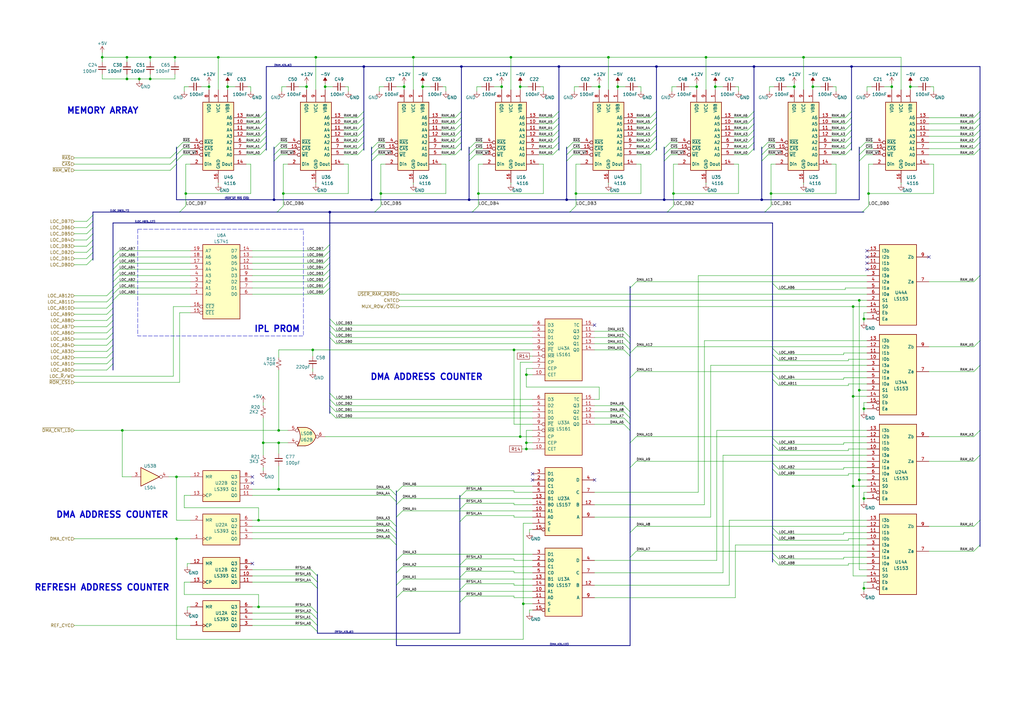
<source format=kicad_sch>
(kicad_sch (version 20230121) (generator eeschema)
  (paper "A3")
  (lib_symbols
    (symbol "74xx:74LS04"
      (property "Reference" "U" (at 0 1.27 0))
      (property "Value" "74LS04" (at 0 -1.27 0))
      (symbol "74LS04_1_0"
        (pin input line (at -7.62 0 0) (length 3.81) (name "~") (number "1"))
        (pin output inverted (at 7.62 0 180) (length 3.81) (name "~") (number "2"))
      )
      (symbol "74LS04_2_0"
        (pin input line (at -7.62 0 0) (length 3.81) (name "~") (number "3"))
        (pin output inverted (at 7.62 0 180) (length 3.81) (name "~") (number "4"))
      )
      (symbol "74LS04_3_0"
        (pin input line (at -7.62 0 0) (length 3.81) (name "~") (number "5"))
        (pin output inverted (at 7.62 0 180) (length 3.81) (name "~") (number "6"))
      )
      (symbol "74LS04_4_0"
        (pin output inverted (at 7.62 0 180) (length 3.81) (name "~") (number "8"))
        (pin input line (at -7.62 0 0) (length 3.81) (name "~") (number "9"))
      )
      (symbol "74LS04_5_0"
        (pin output inverted (at 7.62 0 180) (length 3.81) (name "~") (number "10"))
        (pin input line (at -7.62 0 0) (length 3.81) (name "~") (number "11"))
      )
      (symbol "74LS04_6_0"
        (pin output inverted (at 7.62 0 180) (length 3.81) (name "~") (number "12"))
        (pin input line (at -7.62 0 0) (length 3.81) (name "~") (number "13"))
      )
      (symbol "74LS04_7_0"
        (pin power_in line (at 0 12.7 270) (length 5.08) (name "VCC") (number "14"))
        (pin power_in line (at 0 -12.7 90) (length 5.08) (name "GND") (number "7"))
      )
    )
    (symbol "74xx:74LS08" (pin_names (offset 1.016))
      (property "Reference" "U" (at 0 1.27 0))
      (property "Value" "74LS08" (at 0 -1.27 0))
      (symbol "74LS08_1_1"
        (pin input line (at -7.62 2.54 0) (length 3.81) (name "~") (number "1"))
        (pin input line (at -7.62 -2.54 0) (length 3.81) (name "~") (number "2"))
        (pin output line (at 7.62 0 180) (length 3.81) (name "~") (number "3"))
      )
      (symbol "74LS08_1_2"
        (pin input inverted (at -7.62 2.54 0) (length 4.318) (name "~") (number "1"))
        (pin input inverted (at -7.62 -2.54 0) (length 4.318) (name "~") (number "2"))
        (pin output inverted (at 7.62 0 180) (length 3.81) (name "~") (number "3"))
      )
      (symbol "74LS08_2_1"
        (pin input line (at -7.62 2.54 0) (length 3.81) (name "~") (number "4"))
        (pin input line (at -7.62 -2.54 0) (length 3.81) (name "~") (number "5"))
        (pin output line (at 7.62 0 180) (length 3.81) (name "~") (number "6"))
      )
      (symbol "74LS08_2_2"
        (pin input inverted (at -7.62 2.54 0) (length 4.318) (name "~") (number "4"))
        (pin input inverted (at -7.62 -2.54 0) (length 4.318) (name "~") (number "5"))
        (pin output inverted (at 7.62 0 180) (length 3.81) (name "~") (number "6"))
      )
      (symbol "74LS08_3_1"
        (pin input line (at -7.62 -2.54 0) (length 3.81) (name "~") (number "10"))
        (pin output line (at 7.62 0 180) (length 3.81) (name "~") (number "8"))
        (pin input line (at -7.62 2.54 0) (length 3.81) (name "~") (number "9"))
      )
      (symbol "74LS08_3_2"
        (pin input inverted (at -7.62 -2.54 0) (length 4.318) (name "~") (number "10"))
        (pin output inverted (at 7.62 0 180) (length 3.81) (name "~") (number "8"))
        (pin input inverted (at -7.62 2.54 0) (length 4.318) (name "~") (number "9"))
      )
      (symbol "74LS08_4_1"
        (pin output line (at 7.62 0 180) (length 3.81) (name "~") (number "11"))
        (pin input line (at -7.62 2.54 0) (length 3.81) (name "~") (number "12"))
        (pin input line (at -7.62 -2.54 0) (length 3.81) (name "~") (number "13"))
      )
      (symbol "74LS08_4_2"
        (pin output inverted (at 7.62 0 180) (length 3.81) (name "~") (number "11"))
        (pin input inverted (at -7.62 2.54 0) (length 4.318) (name "~") (number "12"))
        (pin input inverted (at -7.62 -2.54 0) (length 4.318) (name "~") (number "13"))
      )
      (symbol "74LS08_5_0"
        (pin power_in line (at 0 12.7 270) (length 5.08) (name "VCC") (number "14"))
        (pin power_in line (at 0 -12.7 90) (length 5.08) (name "GND") (number "7"))
      )
    )
    (symbol "74xx:74LS393" (pin_names (offset 1.016))
      (property "Reference" "U" (at -7.62 8.89 0))
      (property "Value" "74LS393" (at -7.62 -8.89 0))
      (symbol "74LS393_1_0"
        (pin input clock (at -12.7 2.54 0) (length 5.08) (name "CP") (number "1"))
        (pin input line (at -12.7 -5.08 0) (length 5.08) (name "MR") (number "2"))
        (pin output line (at 12.7 2.54 180) (length 5.08) (name "Q0") (number "3"))
        (pin output line (at 12.7 0 180) (length 5.08) (name "Q1") (number "4"))
        (pin output line (at 12.7 -2.54 180) (length 5.08) (name "Q2") (number "5"))
        (pin output line (at 12.7 -5.08 180) (length 5.08) (name "Q3") (number "6"))
      )
      (symbol "74LS393_2_0"
        (pin output line (at 12.7 0 180) (length 5.08) (name "Q1") (number "10"))
        (pin output line (at 12.7 2.54 180) (length 5.08) (name "Q0") (number "11"))
        (pin input line (at -12.7 -5.08 0) (length 5.08) (name "MR") (number "12"))
        (pin input clock (at -12.7 2.54 0) (length 5.08) (name "CP") (number "13"))
        (pin output line (at 12.7 -5.08 180) (length 5.08) (name "Q3") (number "8"))
        (pin output line (at 12.7 -2.54 180) (length 5.08) (name "Q2") (number "9"))
      )
      (symbol "74LS393_3_0"
        (pin power_in line (at 0 12.7 270) (length 5.08) (name "VCC") (number "14"))
        (pin power_in line (at 0 -12.7 90) (length 5.08) (name "GND") (number "7"))
      )
    )
    (symbol "Device:C_Small" (pin_numbers hide) (pin_names (offset 0.254) hide)
      (property "Reference" "C" (at 0.254 1.778 0))
      (property "Value" "C_Small" (at 0.254 -2.032 0))
      (symbol "C_Small_1_1"
        (pin passive line (at 0 2.54 270) (length 2.032) (name "~") (number "1"))
        (pin passive line (at 0 -2.54 90) (length 2.032) (name "~") (number "2"))
      )
    )
    (symbol "Device:R_Small_US" (pin_numbers hide) (pin_names (offset 0.254) hide)
      (property "Reference" "R" (at 0.762 0.508 0))
      (property "Value" "R_Small_US" (at 0.762 -1.016 0))
      (symbol "R_Small_US_1_1"
        (pin passive line (at 0 2.54 270) (length 1.016) (name "~") (number "1"))
        (pin passive line (at 0 -2.54 90) (length 1.016) (name "~") (number "2"))
      )
    )
    (symbol "LS_Logic:74LS153_U14" (pin_names (offset 1.016))
      (property "Reference" "U" (at 0 1.27 0))
      (property "Value" "74LS153_U14" (at 2.54 -1.27 0))
      (symbol "74LS153_U14_1_0"
        (pin input inverted (at -12.7 -13.97 0) (length 5.08) (name "Ea") (number "1"))
        (pin input line (at -12.7 6.35 0) (length 5.08) (name "I0b") (number "10"))
        (pin input line (at -12.7 8.89 0) (length 5.08) (name "I1b") (number "11"))
        (pin input line (at -12.7 11.43 0) (length 5.08) (name "I2b") (number "12"))
        (pin input line (at -12.7 13.97 0) (length 5.08) (name "I3b") (number "13"))
        (pin input line (at -12.7 -8.89 0) (length 5.08) (name "S0") (number "14"))
        (pin input inverted (at -12.7 -11.43 0) (length 5.08) (name "Eb") (number "15"))
        (pin input line (at -12.7 -6.35 0) (length 5.08) (name "S1") (number "2"))
        (pin input line (at -12.7 3.81 0) (length 5.08) (name "I3a") (number "3"))
        (pin input line (at -12.7 1.27 0) (length 5.08) (name "I2a") (number "4"))
        (pin input line (at -12.7 -1.27 0) (length 5.08) (name "I1a") (number "5"))
        (pin input line (at -12.7 -3.81 0) (length 5.08) (name "I0a") (number "6"))
        (pin output line (at 12.7 1.27 180) (length 5.08) (name "Za") (number "7"))
        (pin output line (at 12.7 11.43 180) (length 5.08) (name "Zb") (number "9"))
      )
      (symbol "74LS153_U14_2_0"
        (pin power_in line (at 0 12.7 270) (length 5.08) (name "VCC") (number "16"))
        (pin power_in line (at 0 -12.7 90) (length 5.08) (name "GND") (number "8"))
      )
    )
    (symbol "LS_Logic:74LS157_U13" (pin_names (offset 1.016))
      (property "Reference" "U" (at -7.62 15.24 0))
      (property "Value" "74LS157_U13" (at -7.62 -15.875 0))
      (symbol "74LS157_U13_1_0"
        (pin input line (at -12.7 -8.89 0) (length 5.08) (name "S") (number "1"))
        (pin input line (at -12.7 -3.81 0) (length 5.08) (name "A1") (number "10"))
        (pin input line (at -12.7 -6.35 0) (length 5.08) (name "A0") (number "11"))
        (pin output line (at 12.7 -1.27 180) (length 5.08) (name "B") (number "12"))
        (pin input line (at -12.7 1.27 0) (length 5.08) (name "B1") (number "13"))
        (pin input line (at -12.7 -1.27 0) (length 5.08) (name "B0") (number "14"))
        (pin input inverted (at -12.7 -11.43 0) (length 5.08) (name "E") (number "15"))
        (pin input line (at -12.7 8.89 0) (length 5.08) (name "D0") (number "2"))
        (pin input line (at -12.7 11.43 0) (length 5.08) (name "D1") (number "3"))
        (pin output line (at 12.7 8.89 180) (length 5.08) (name "D") (number "4"))
        (pin input line (at -12.7 3.81 0) (length 5.08) (name "C0") (number "5"))
        (pin input line (at -12.7 6.35 0) (length 5.08) (name "C1") (number "6"))
        (pin output line (at 12.7 3.81 180) (length 5.08) (name "C") (number "7"))
        (pin output line (at 12.7 -6.35 180) (length 5.08) (name "A") (number "9"))
      )
      (symbol "74LS157_U13_2_0"
        (pin power_in line (at 0 12.7 270) (length 5.08) (name "VCC") (number "16"))
        (pin power_in line (at 0 -12.7 90) (length 5.08) (name "GND") (number "8"))
      )
    )
    (symbol "LS_Logic:74LS161_U33" (pin_names (offset 1.016))
      (property "Reference" "U" (at -7.62 13.97 0))
      (property "Value" "74LS161_U33" (at -7.62 -13.97 0))
      (symbol "74LS161_U33_1_0"
        (pin input inverted (at -12.7 -2.54 0) (length 5.08) (name "~{MR}") (number "1"))
        (pin input line (at -12.7 -10.16 0) (length 5.08) (name "CET") (number "10"))
        (pin output line (at 12.7 7.62 180) (length 5.08) (name "Q3") (number "11"))
        (pin output line (at 12.7 5.08 180) (length 5.08) (name "Q2") (number "12"))
        (pin output line (at 12.7 2.54 180) (length 5.08) (name "Q1") (number "13"))
        (pin output line (at 12.7 0 180) (length 5.08) (name "Q0") (number "14"))
        (pin output line (at 12.7 10.16 180) (length 5.08) (name "TC") (number "15"))
        (pin input line (at -12.7 -5.08 0) (length 5.08) (name "CP") (number "2"))
        (pin input line (at -12.7 2.54 0) (length 5.08) (name "D0") (number "3"))
        (pin input line (at -12.7 5.08 0) (length 5.08) (name "D1") (number "4"))
        (pin input line (at -12.7 7.62 0) (length 5.08) (name "D2") (number "5"))
        (pin input line (at -12.7 10.16 0) (length 5.08) (name "D3") (number "6"))
        (pin input line (at -12.7 -7.62 0) (length 5.08) (name "CEP") (number "7"))
        (pin input inverted (at -12.7 0 0) (length 5.08) (name "~{PE}") (number "9"))
      )
      (symbol "74LS161_U33_2_0"
        (pin power_in line (at 0 12.7 270) (length 5.08) (name "VCC") (number "16"))
        (pin power_in line (at 0 -12.7 90) (length 5.08) (name "GND") (number "8"))
      )
    )
    (symbol "LS_Logic:74LS741" (pin_names (offset 1.016))
      (property "Reference" "U1" (at 1.905 19.05 0))
      (property "Value" "74LS741" (at 1.905 16.51 0))
      (symbol "74LS741_1_0"
        (pin input line (at -12.7 -5.08 0) (length 5.08) (name "A0") (number "1"))
        (pin tri_state line (at 12.7 5.08 180) (length 5.08) (name "D4") (number "11"))
        (pin tri_state line (at 12.7 7.62 180) (length 5.08) (name "D5") (number "12"))
        (pin tri_state line (at 12.7 10.16 180) (length 5.08) (name "D6") (number "13"))
        (pin tri_state line (at 12.7 12.7 180) (length 5.08) (name "D7") (number "14"))
        (pin input inverted (at -12.7 -12.7 0) (length 5.08) (name "~{CE1}") (number "15"))
        (pin input inverted (at -12.7 -10.16 0) (length 5.08) (name "~{CE2}") (number "16"))
        (pin input line (at -12.7 7.62 0) (length 5.08) (name "A5") (number "17"))
        (pin input line (at -12.7 10.16 0) (length 5.08) (name "A6") (number "18"))
        (pin input line (at -12.7 12.7 0) (length 5.08) (name "A7") (number "19"))
        (pin input line (at -12.7 -2.54 0) (length 5.08) (name "A1") (number "2"))
        (pin input line (at -12.7 0 0) (length 5.08) (name "A2") (number "3"))
        (pin input line (at -12.7 2.54 0) (length 5.08) (name "A3") (number "4"))
        (pin input line (at -12.7 5.08 0) (length 5.08) (name "A4") (number "5"))
        (pin tri_state line (at 12.7 -5.08 180) (length 5.08) (name "D0") (number "6"))
        (pin tri_state line (at 12.7 -2.54 180) (length 5.08) (name "D1") (number "7"))
        (pin tri_state line (at 12.7 0 180) (length 5.08) (name "D2") (number "8"))
        (pin tri_state line (at 12.7 2.54 180) (length 5.08) (name "D3") (number "9"))
      )
      (symbol "74LS741_2_0"
        (pin power_in line (at 0 -13.335 90) (length 5.08) (name "GND") (number "10"))
        (pin power_in line (at 0 12.065 270) (length 5.08) (name "VCC") (number "20"))
      )
    )
    (symbol "Memory_4116:4116"
      (property "Reference" "U" (at 0 1.905 0))
      (property "Value" "4116" (at 0 0 0))
      (symbol "4116_1_0"
        (pin power_in line (at 3.81 19.05 270) (length 5.08) (name "VBB") (number "1"))
        (pin power_in line (at 0 -19.05 90) (length 5.08) (name "GND") (number "16"))
        (pin power_in line (at -3.81 19.05 270) (length 5.08) (name "VDD") (number "8"))
        (pin power_in line (at 0 19.05 270) (length 5.08) (name "VCC") (number "9"))
      )
      (symbol "4116_1_1"
        (pin input line (at 11.43 5.08 180) (length 5.08) (name "A5") (number "10"))
        (pin input line (at 11.43 2.54 180) (length 5.08) (name "A4") (number "11"))
        (pin input line (at 11.43 0 180) (length 5.08) (name "A3") (number "12"))
        (pin input line (at 11.43 7.62 180) (length 5.08) (name "A6") (number "13"))
        (pin output line (at 11.43 -11.43 180) (length 5.08) (name "Dout") (number "14"))
        (pin input inverted (at -11.43 -5.08 0) (length 5.08) (name "~{CAS}") (number "15"))
        (pin input line (at -11.43 -11.43 0) (length 5.08) (name "Din") (number "2"))
        (pin input inverted (at -11.43 -7.62 0) (length 5.08) (name "~{WE}") (number "3"))
        (pin input inverted (at -11.43 -2.54 0) (length 5.08) (name "~{RAS}") (number "4"))
        (pin input line (at 11.43 -7.62 180) (length 5.08) (name "A0") (number "5"))
        (pin input line (at 11.43 -2.54 180) (length 5.08) (name "A2") (number "6"))
        (pin input line (at 11.43 -5.08 180) (length 5.08) (name "A1") (number "7"))
      )
    )
    (symbol "power:+12V" (power) (pin_names (offset 0))
      (property "Value" "+12V" (at 0 3.556 0))
      (symbol "+12V_1_1"
        (pin power_in line (at 0 0 90) (length 0) hide (name "+12V") (number "1"))
      )
    )
    (symbol "power:+5V" (power) (pin_names (offset 0))
      (property "Value" "+5V" (at 0 3.556 0))
      (symbol "+5V_1_1"
        (pin power_in line (at 0 0 90) (length 0) hide (name "+5V") (number "1"))
      )
    )
    (symbol "power:-5V" (power) (pin_names (offset 0))
      (property "Value" "-5V" (at 0 3.81 0))
      (symbol "-5V_0_0"
        (pin power_in line (at 0 0 90) (length 0) hide (name "-5V") (number "1"))
      )
    )
    (symbol "power:GND" (power) (pin_names (offset 0))
      (property "Value" "GND" (at 0 -3.81 0))
      (symbol "GND_1_1"
        (pin power_in line (at 0 0 270) (length 0) hide (name "GND") (number "1"))
      )
    )
  )
  (junction (at 149.225 27.305))
  (junction (at 57.15 32.385))
  (junction (at 72.39 220.98))
  (junction (at 114.3 176.53))
  (junction (at 128.27 143.51))
  (junction (at 189.23 27.305))
  (junction (at 76.2 79.375))
  (junction (at 85.725 35.56))
  (junction (at 349.885 162.56))
  (junction (at 245.745 35.56))
  (junction (at 192.405 81.915))
  (junction (at 213.36 179.07))
  (junction (at 276.225 79.375))
  (junction (at 349.885 199.39))
  (junction (at 236.22 79.375))
  (junction (at 354.33 241.3))
  (junction (at 129.54 23.495))
  (junction (at 61.595 23.495))
  (junction (at 352.425 160.02))
  (junction (at 349.25 27.305))
  (junction (at 89.535 23.495))
  (junction (at 107.95 181.61))
  (junction (at 352.425 123.19))
  (junction (at 135.255 86.995))
  (junction (at 352.425 196.85))
  (junction (at 196.215 79.375))
  (junction (at 253.365 35.56))
  (junction (at 232.41 81.915))
  (junction (at 333.375 35.56))
  (junction (at 354.33 167.64))
  (junction (at 309.245 27.305))
  (junction (at 114.3 200.66))
  (junction (at 349.885 125.73))
  (junction (at 173.355 35.56))
  (junction (at 316.23 79.375))
  (junction (at 215.9 153.67))
  (junction (at 229.235 27.305))
  (junction (at 272.415 81.915))
  (junction (at 116.205 79.375))
  (junction (at 293.37 35.56))
  (junction (at 114.3 181.61))
  (junction (at 329.565 23.495))
  (junction (at 61.595 32.385))
  (junction (at 106.045 248.92))
  (junction (at 165.735 35.56))
  (junction (at 312.42 81.915))
  (junction (at 156.21 79.375))
  (junction (at 354.33 130.81))
  (junction (at 354.33 204.47))
  (junction (at 169.545 23.495))
  (junction (at 152.4 81.915))
  (junction (at 72.39 195.58))
  (junction (at 214.63 247.65))
  (junction (at 325.755 35.56))
  (junction (at 112.395 81.915))
  (junction (at 215.9 184.15))
  (junction (at 209.55 23.495))
  (junction (at 210.82 143.51))
  (junction (at 52.07 32.385))
  (junction (at 71.755 23.495))
  (junction (at 125.73 35.56))
  (junction (at 269.24 27.305))
  (junction (at 373.38 35.56))
  (junction (at 365.76 35.56))
  (junction (at 356.235 79.375))
  (junction (at 249.555 23.495))
  (junction (at 41.91 23.495))
  (junction (at 213.36 35.56))
  (junction (at 215.9 181.61))
  (junction (at 133.35 35.56))
  (junction (at 205.74 35.56))
  (junction (at 106.045 213.36))
  (junction (at 50.165 176.53))
  (junction (at 289.56 23.495))
  (junction (at 52.07 23.495))
  (junction (at 93.345 35.56))
  (junction (at 285.75 35.56))
  (no_connect (at 355.6 110.49))
  (no_connect (at 218.44 196.85))
  (no_connect (at 243.84 133.35))
  (no_connect (at 355.6 105.41))
  (no_connect (at 103.505 195.58))
  (no_connect (at 381 105.41))
  (no_connect (at 243.84 196.85))
  (no_connect (at 355.6 107.95))
  (no_connect (at 218.44 194.31))
  (no_connect (at 103.505 231.14))
  (no_connect (at 103.505 198.12))
  (no_connect (at 355.6 102.87))
  (bus_entry (at 135.255 118.11) (size -2.54 2.54))
  (bus_entry (at 316.865 116.205) (size 2.54 2.54))
  (bus_entry (at 186.69 50.8) (size 2.54 -2.54))
  (bus_entry (at 112.395 63.5) (size 2.54 -2.54))
  (bus_entry (at 226.695 53.34) (size 2.54 -2.54))
  (bus_entry (at 316.865 142.875) (size 2.54 2.54))
  (bus_entry (at 43.815 131.445) (size 2.54 -2.54))
  (bus_entry (at 312.42 60.96) (size 2.54 -2.54))
  (bus_entry (at 127.635 248.92) (size 2.54 2.54))
  (bus_entry (at 266.7 63.5) (size 2.54 -2.54))
  (bus_entry (at 226.695 55.88) (size 2.54 -2.54))
  (bus_entry (at 46.355 107.95) (size 2.54 -2.54))
  (bus_entry (at 162.56 234.95) (size 2.54 -2.54))
  (bus_entry (at 162.56 245.11) (size 2.54 -2.54))
  (bus_entry (at 188.595 203.835) (size 2.54 -2.54))
  (bus_entry (at 399.415 50.8) (size 2.54 -2.54))
  (bus_entry (at 186.69 63.5) (size 2.54 -2.54))
  (bus_entry (at 306.705 48.26) (size 2.54 -2.54))
  (bus_entry (at 258.445 218.44) (size 2.54 -2.54))
  (bus_entry (at 135.255 130.81) (size 2.54 2.54))
  (bus_entry (at 106.68 50.8) (size 2.54 -2.54))
  (bus_entry (at 43.815 149.225) (size 2.54 -2.54))
  (bus_entry (at 188.595 208.915) (size 2.54 -2.54))
  (bus_entry (at 316.865 179.705) (size 2.54 2.54))
  (bus_entry (at 399.415 142.24) (size 2.54 -2.54))
  (bus_entry (at 316.865 182.245) (size 2.54 2.54))
  (bus_entry (at 38.1 93.345) (size -2.54 2.54))
  (bus_entry (at 255.905 171.45) (size 2.54 2.54))
  (bus_entry (at 346.71 55.88) (size 2.54 -2.54))
  (bus_entry (at 266.7 50.8) (size 2.54 -2.54))
  (bus_entry (at 135.255 163.83) (size 2.54 2.54))
  (bus_entry (at 258.445 144.78) (size 2.54 -2.54))
  (bus_entry (at 162.56 212.09) (size 2.54 -2.54))
  (bus_entry (at 135.255 168.91) (size 2.54 2.54))
  (bus_entry (at 186.69 55.88) (size 2.54 -2.54))
  (bus_entry (at 188.595 247.015) (size 2.54 -2.54))
  (bus_entry (at 306.705 55.88) (size 2.54 -2.54))
  (bus_entry (at 316.865 155.575) (size 2.54 2.54))
  (bus_entry (at 112.395 66.04) (size 2.54 -2.54))
  (bus_entry (at 146.685 48.26) (size 2.54 -2.54))
  (bus_entry (at 38.1 103.505) (size -2.54 2.54))
  (bus_entry (at 346.71 63.5) (size 2.54 -2.54))
  (bus_entry (at 266.7 53.34) (size 2.54 -2.54))
  (bus_entry (at 127.635 236.22) (size 2.54 2.54))
  (bus_entry (at 316.865 153.035) (size 2.54 2.54))
  (bus_entry (at 258.445 228.6) (size 2.54 -2.54))
  (bus_entry (at 46.355 120.65) (size 2.54 -2.54))
  (bus_entry (at 46.355 113.03) (size 2.54 -2.54))
  (bus_entry (at 46.355 118.11) (size 2.54 -2.54))
  (bus_entry (at 43.815 139.065) (size 2.54 -2.54))
  (bus_entry (at 160.02 200.66) (size 2.54 2.54))
  (bus_entry (at 316.865 216.535) (size 2.54 2.54))
  (bus_entry (at 38.1 90.805) (size -2.54 2.54))
  (bus_entry (at 186.69 60.96) (size 2.54 -2.54))
  (bus_entry (at 232.41 60.96) (size 2.54 -2.54))
  (bus_entry (at 127.635 233.68) (size 2.54 2.54))
  (bus_entry (at 399.415 55.88) (size 2.54 -2.54))
  (bus_entry (at 127.635 251.46) (size 2.54 2.54))
  (bus_entry (at 346.71 58.42) (size 2.54 -2.54))
  (bus_entry (at 106.68 63.5) (size 2.54 -2.54))
  (bus_entry (at 127.635 256.54) (size 2.54 2.54))
  (bus_entry (at 162.56 240.03) (size 2.54 -2.54))
  (bus_entry (at 192.405 66.04) (size 2.54 -2.54))
  (bus_entry (at 186.69 53.34) (size 2.54 -2.54))
  (bus_entry (at 46.355 110.49) (size 2.54 -2.54))
  (bus_entry (at 112.395 60.96) (size 2.54 -2.54))
  (bus_entry (at 255.905 166.37) (size 2.54 2.54))
  (bus_entry (at 352.425 60.96) (size 2.54 -2.54))
  (bus_entry (at 162.56 229.87) (size 2.54 -2.54))
  (bus_entry (at 306.705 58.42) (size 2.54 -2.54))
  (bus_entry (at 316.865 192.405) (size 2.54 2.54))
  (bus_entry (at 188.595 236.855) (size 2.54 -2.54))
  (bus_entry (at 146.685 58.42) (size 2.54 -2.54))
  (bus_entry (at 306.705 60.96) (size 2.54 -2.54))
  (bus_entry (at 160.02 203.2) (size 2.54 2.54))
  (bus_entry (at 146.685 55.88) (size 2.54 -2.54))
  (bus_entry (at 186.69 48.26) (size 2.54 -2.54))
  (bus_entry (at 255.905 173.99) (size 2.54 2.54))
  (bus_entry (at 272.415 63.5) (size 2.54 -2.54))
  (bus_entry (at 346.71 53.34) (size 2.54 -2.54))
  (bus_entry (at 146.685 60.96) (size 2.54 -2.54))
  (bus_entry (at 106.68 60.96) (size 2.54 -2.54))
  (bus_entry (at 399.415 48.26) (size 2.54 -2.54))
  (bus_entry (at 152.4 63.5) (size 2.54 -2.54))
  (bus_entry (at 135.255 113.03) (size -2.54 2.54))
  (bus_entry (at 236.22 84.455) (size -2.54 2.54))
  (bus_entry (at 152.4 60.96) (size 2.54 -2.54))
  (bus_entry (at 226.695 48.26) (size 2.54 -2.54))
  (bus_entry (at 316.865 226.695) (size 2.54 2.54))
  (bus_entry (at 160.02 218.44) (size 2.54 2.54))
  (bus_entry (at 272.415 60.96) (size 2.54 -2.54))
  (bus_entry (at 306.705 50.8) (size 2.54 -2.54))
  (bus_entry (at 272.415 66.04) (size 2.54 -2.54))
  (bus_entry (at 46.355 115.57) (size 2.54 -2.54))
  (bus_entry (at 106.68 53.34) (size 2.54 -2.54))
  (bus_entry (at 266.7 48.26) (size 2.54 -2.54))
  (bus_entry (at 188.595 213.995) (size 2.54 -2.54))
  (bus_entry (at 258.445 181.61) (size 2.54 -2.54))
  (bus_entry (at 160.02 213.36) (size 2.54 2.54))
  (bus_entry (at 258.445 191.77) (size 2.54 -2.54))
  (bus_entry (at 106.68 58.42) (size 2.54 -2.54))
  (bus_entry (at 106.68 55.88) (size 2.54 -2.54))
  (bus_entry (at 106.68 48.26) (size 2.54 -2.54))
  (bus_entry (at 192.405 63.5) (size 2.54 -2.54))
  (bus_entry (at 135.255 102.87) (size -2.54 2.54))
  (bus_entry (at 38.1 95.885) (size -2.54 2.54))
  (bus_entry (at 135.255 166.37) (size 2.54 2.54))
  (bus_entry (at 76.2 84.455) (size -2.54 2.54))
  (bus_entry (at 135.255 110.49) (size -2.54 2.54))
  (bus_entry (at 43.815 141.605) (size 2.54 -2.54))
  (bus_entry (at 135.255 138.43) (size 2.54 2.54))
  (bus_entry (at 316.865 145.415) (size 2.54 2.54))
  (bus_entry (at 232.41 63.5) (size 2.54 -2.54))
  (bus_entry (at 255.905 143.51) (size 2.54 2.54))
  (bus_entry (at 255.905 168.91) (size 2.54 2.54))
  (bus_entry (at 116.205 84.455) (size -2.54 2.54))
  (bus_entry (at 266.7 60.96) (size 2.54 -2.54))
  (bus_entry (at 226.695 63.5) (size 2.54 -2.54))
  (bus_entry (at 72.39 63.5) (size 2.54 -2.54))
  (bus_entry (at 258.445 154.94) (size 2.54 -2.54))
  (bus_entry (at 399.415 189.23) (size 2.54 -2.54))
  (bus_entry (at 38.1 88.265) (size -2.54 2.54))
  (bus_entry (at 69.85 67.31) (size 2.54 -2.54))
  (bus_entry (at 38.1 106.045) (size -2.54 2.54))
  (bus_entry (at 43.815 128.905) (size 2.54 -2.54))
  (bus_entry (at 135.255 107.95) (size -2.54 2.54))
  (bus_entry (at 69.85 69.85) (size 2.54 -2.54))
  (bus_entry (at 72.39 60.96) (size 2.54 -2.54))
  (bus_entry (at 356.235 84.455) (size -2.54 2.54))
  (bus_entry (at 188.595 241.935) (size 2.54 -2.54))
  (bus_entry (at 72.39 66.04) (size 2.54 -2.54))
  (bus_entry (at 399.415 58.42) (size 2.54 -2.54))
  (bus_entry (at 399.415 60.96) (size 2.54 -2.54))
  (bus_entry (at 43.815 144.145) (size 2.54 -2.54))
  (bus_entry (at 232.41 66.04) (size 2.54 -2.54))
  (bus_entry (at 160.02 215.9) (size 2.54 2.54))
  (bus_entry (at 162.56 207.01) (size 2.54 -2.54))
  (bus_entry (at 186.69 58.42) (size 2.54 -2.54))
  (bus_entry (at 135.255 133.35) (size 2.54 2.54))
  (bus_entry (at 43.815 151.765) (size 2.54 -2.54))
  (bus_entry (at 266.7 55.88) (size 2.54 -2.54))
  (bus_entry (at 192.405 60.96) (size 2.54 -2.54))
  (bus_entry (at 399.415 115.57) (size 2.54 -2.54))
  (bus_entry (at 146.685 50.8) (size 2.54 -2.54))
  (bus_entry (at 399.415 226.06) (size 2.54 -2.54))
  (bus_entry (at 152.4 66.04) (size 2.54 -2.54))
  (bus_entry (at 226.695 58.42) (size 2.54 -2.54))
  (bus_entry (at 188.595 231.775) (size 2.54 -2.54))
  (bus_entry (at 43.815 136.525) (size 2.54 -2.54))
  (bus_entry (at 162.56 201.93) (size 2.54 -2.54))
  (bus_entry (at 316.865 219.075) (size 2.54 2.54))
  (bus_entry (at 312.42 63.5) (size 2.54 -2.54))
  (bus_entry (at 43.815 126.365) (size 2.54 -2.54))
  (bus_entry (at 146.685 63.5) (size 2.54 -2.54))
  (bus_entry (at 276.225 84.455) (size -2.54 2.54))
  (bus_entry (at 399.415 152.4) (size 2.54 -2.54))
  (bus_entry (at 43.815 133.985) (size 2.54 -2.54))
  (bus_entry (at 255.905 140.97) (size 2.54 2.54))
  (bus_entry (at 43.815 121.285) (size 2.54 -2.54))
  (bus_entry (at 346.71 48.26) (size 2.54 -2.54))
  (bus_entry (at 196.215 84.455) (size -2.54 2.54))
  (bus_entry (at 255.905 135.89) (size 2.54 2.54))
  (bus_entry (at 135.255 135.89) (size 2.54 2.54))
  (bus_entry (at 306.705 53.34) (size 2.54 -2.54))
  (bus_entry (at 255.905 138.43) (size 2.54 2.54))
  (bus_entry (at 316.23 84.455) (size -2.54 2.54))
  (bus_entry (at 316.865 229.235) (size 2.54 2.54))
  (bus_entry (at 226.695 50.8) (size 2.54 -2.54))
  (bus_entry (at 352.425 66.04) (size 2.54 -2.54))
  (bus_entry (at 146.685 53.34) (size 2.54 -2.54))
  (bus_entry (at 156.21 84.455) (size -2.54 2.54))
  (bus_entry (at 346.71 50.8) (size 2.54 -2.54))
  (bus_entry (at 135.255 100.33) (size -2.54 2.54))
  (bus_entry (at 399.415 53.34) (size 2.54 -2.54))
  (bus_entry (at 316.865 189.865) (size 2.54 2.54))
  (bus_entry (at 38.1 98.425) (size -2.54 2.54))
  (bus_entry (at 43.815 123.825) (size 2.54 -2.54))
  (bus_entry (at 135.255 105.41) (size -2.54 2.54))
  (bus_entry (at 266.7 58.42) (size 2.54 -2.54))
  (bus_entry (at 135.255 115.57) (size -2.54 2.54))
  (bus_entry (at 226.695 60.96) (size 2.54 -2.54))
  (bus_entry (at 352.425 63.5) (size 2.54 -2.54))
  (bus_entry (at 43.815 146.685) (size 2.54 -2.54))
  (bus_entry (at 46.355 123.19) (size 2.54 -2.54))
  (bus_entry (at 127.635 254) (size 2.54 2.54))
  (bus_entry (at 258.445 118.11) (size 2.54 -2.54))
  (bus_entry (at 306.705 63.5) (size 2.54 -2.54))
  (bus_entry (at 135.255 161.29) (size 2.54 2.54))
  (bus_entry (at 127.635 238.76) (size 2.54 2.54))
  (bus_entry (at 160.02 220.98) (size 2.54 2.54))
  (bus_entry (at 69.85 64.77) (size 2.54 -2.54))
  (bus_entry (at 399.415 179.07) (size 2.54 -2.54))
  (bus_entry (at 38.1 100.965) (size -2.54 2.54))
  (bus_entry (at 399.415 215.9) (size 2.54 -2.54))
  (bus_entry (at 46.355 105.41) (size 2.54 -2.54))
  (bus_entry (at 399.415 63.5) (size 2.54 -2.54))
  (bus_entry (at 346.71 60.96) (size 2.54 -2.54))
  (bus_entry (at 312.42 66.04) (size 2.54 -2.54))
  (wire (pts (xy 210.82 244.475) (xy 191.135 244.475)))
  (wire (pts (xy 243.84 135.89) (xy 255.905 135.89)))
  (wire (pts (xy 165.1 242.57) (xy 218.44 242.57)))
  (wire (pts (xy 106.045 248.92) (xy 127.635 248.92)))
  (bus (pts (xy 229.235 45.72) (xy 229.235 48.26)))
  (bus (pts (xy 46.355 131.445) (xy 46.355 128.905)))
  (wire (pts (xy 245.745 34.29) (xy 245.745 35.56)))
  (wire (pts (xy 142.875 79.375) (xy 142.875 67.31)))
  (wire (pts (xy 346.075 219.075) (xy 319.405 219.075)))
  (wire (pts (xy 215.9 176.53) (xy 215.9 181.61)))
  (bus (pts (xy 258.445 154.94) (xy 258.445 168.91)))
  (wire (pts (xy 156.21 79.375) (xy 156.21 84.455)))
  (wire (pts (xy 217.17 217.17) (xy 218.44 217.17)))
  (wire (pts (xy 381 189.23) (xy 399.415 189.23)))
  (bus (pts (xy 401.955 50.8) (xy 401.955 53.34)))
  (bus (pts (xy 38.1 100.965) (xy 38.1 103.505)))
  (wire (pts (xy 182.88 35.56) (xy 182.88 37.465)))
  (wire (pts (xy 180.975 63.5) (xy 186.69 63.5)))
  (bus (pts (xy 72.39 63.5) (xy 72.39 64.77)))
  (bus (pts (xy 352.425 66.04) (xy 352.425 81.915)))
  (wire (pts (xy 61.595 32.385) (xy 57.15 32.385)))
  (bus (pts (xy 38.1 103.505) (xy 38.1 106.045)))
  (wire (pts (xy 274.955 60.96) (xy 278.13 60.96)))
  (wire (pts (xy 93.345 34.29) (xy 93.345 35.56)))
  (wire (pts (xy 103.505 200.66) (xy 114.3 200.66)))
  (wire (pts (xy 329.565 23.495) (xy 329.565 36.83)))
  (wire (pts (xy 133.35 179.07) (xy 213.36 179.07)))
  (wire (pts (xy 71.12 154.305) (xy 71.12 125.73)))
  (wire (pts (xy 215.9 184.15) (xy 218.44 184.15)))
  (bus (pts (xy 46.355 118.11) (xy 46.355 115.57)))
  (wire (pts (xy 41.91 25.4) (xy 41.91 23.495)))
  (wire (pts (xy 245.745 158.75) (xy 245.745 163.83)))
  (bus (pts (xy 149.225 53.34) (xy 149.225 55.88)))
  (bus (pts (xy 354.33 86.995) (xy 353.695 86.995)))
  (bus (pts (xy 46.355 118.745) (xy 46.355 118.11)))
  (wire (pts (xy 340.995 48.26) (xy 346.71 48.26)))
  (wire (pts (xy 352.425 233.68) (xy 355.6 233.68)))
  (wire (pts (xy 61.595 23.495) (xy 61.595 25.4)))
  (wire (pts (xy 354.33 130.81) (xy 355.6 130.81)))
  (bus (pts (xy 316.865 145.415) (xy 316.865 153.035)))
  (wire (pts (xy 78.105 195.58) (xy 72.39 195.58)))
  (wire (pts (xy 140.97 50.8) (xy 146.685 50.8)))
  (bus (pts (xy 316.865 229.235) (xy 316.865 230.505)))
  (wire (pts (xy 296.545 234.95) (xy 243.84 234.95)))
  (wire (pts (xy 118.11 176.53) (xy 114.3 176.53)))
  (wire (pts (xy 101.6 35.56) (xy 102.87 35.56)))
  (wire (pts (xy 48.895 102.87) (xy 78.105 102.87)))
  (wire (pts (xy 214.63 214.63) (xy 214.63 247.65)))
  (wire (pts (xy 235.585 35.56) (xy 237.49 35.56)))
  (wire (pts (xy 354.33 128.27) (xy 354.33 130.81)))
  (wire (pts (xy 180.975 55.88) (xy 186.69 55.88)))
  (bus (pts (xy 149.225 58.42) (xy 149.225 60.96)))
  (wire (pts (xy 354.965 58.42) (xy 358.14 58.42)))
  (wire (pts (xy 154.94 58.42) (xy 158.115 58.42)))
  (wire (pts (xy 214.63 247.65) (xy 218.44 247.65)))
  (wire (pts (xy 346.075 229.235) (xy 319.405 229.235)))
  (wire (pts (xy 142.875 67.31) (xy 140.97 67.31)))
  (wire (pts (xy 365.76 35.56) (xy 365.76 36.83)))
  (wire (pts (xy 346.075 228.6) (xy 346.075 229.235)))
  (bus (pts (xy 153.67 86.995) (xy 135.255 86.995)))
  (wire (pts (xy 93.345 35.56) (xy 96.52 35.56)))
  (wire (pts (xy 243.84 138.43) (xy 255.905 138.43)))
  (wire (pts (xy 354.965 63.5) (xy 358.14 63.5)))
  (wire (pts (xy 213.36 148.59) (xy 213.36 179.07)))
  (wire (pts (xy 137.795 163.83) (xy 218.44 163.83)))
  (wire (pts (xy 355.6 201.93) (xy 354.33 201.93)))
  (wire (pts (xy 243.84 173.99) (xy 255.905 173.99)))
  (bus (pts (xy 162.56 201.93) (xy 162.56 203.2)))
  (bus (pts (xy 258.445 176.53) (xy 258.445 181.61)))
  (wire (pts (xy 210.82 234.315) (xy 191.135 234.315)))
  (wire (pts (xy 275.59 35.56) (xy 277.495 35.56)))
  (wire (pts (xy 196.215 79.375) (xy 196.215 84.455)))
  (wire (pts (xy 381 142.24) (xy 399.415 142.24)))
  (bus (pts (xy 229.235 53.34) (xy 229.235 55.88)))
  (wire (pts (xy 137.795 171.45) (xy 218.44 171.45)))
  (wire (pts (xy 354.33 130.81) (xy 354.33 132.08)))
  (wire (pts (xy 214.63 262.255) (xy 72.39 262.255)))
  (bus (pts (xy 46.355 144.145) (xy 46.355 141.605)))
  (bus (pts (xy 352.425 63.5) (xy 352.425 66.04)))
  (wire (pts (xy 100.965 48.26) (xy 106.68 48.26)))
  (bus (pts (xy 232.41 60.96) (xy 232.41 63.5)))
  (wire (pts (xy 220.98 63.5) (xy 226.695 63.5)))
  (wire (pts (xy 57.15 32.385) (xy 52.07 32.385)))
  (wire (pts (xy 261.62 35.56) (xy 262.89 35.56)))
  (bus (pts (xy 189.23 55.88) (xy 189.23 58.42)))
  (wire (pts (xy 114.3 191.135) (xy 114.3 200.66)))
  (bus (pts (xy 269.24 48.26) (xy 269.24 50.8)))
  (bus (pts (xy 162.56 205.74) (xy 162.56 207.01)))
  (wire (pts (xy 347.98 147.955) (xy 319.405 147.955)))
  (bus (pts (xy 162.56 218.44) (xy 162.56 220.98)))
  (bus (pts (xy 152.4 81.915) (xy 192.405 81.915)))
  (wire (pts (xy 173.355 35.56) (xy 173.355 36.83)))
  (wire (pts (xy 347.98 184.15) (xy 355.6 184.15)))
  (wire (pts (xy 202.565 35.56) (xy 205.74 35.56)))
  (wire (pts (xy 293.37 34.29) (xy 293.37 35.56)))
  (wire (pts (xy 210.82 201.295) (xy 191.135 201.295)))
  (bus (pts (xy 258.445 191.77) (xy 258.445 218.44)))
  (bus (pts (xy 316.865 189.865) (xy 316.865 192.405)))
  (wire (pts (xy 133.35 34.29) (xy 133.35 35.56)))
  (bus (pts (xy 269.24 53.34) (xy 269.24 55.88)))
  (wire (pts (xy 76.2 79.375) (xy 102.87 79.375)))
  (bus (pts (xy 309.245 60.96) (xy 309.245 61.595)))
  (wire (pts (xy 30.48 139.065) (xy 43.815 139.065)))
  (wire (pts (xy 289.56 74.93) (xy 289.56 75.565)))
  (wire (pts (xy 107.95 165.1) (xy 107.95 166.37)))
  (wire (pts (xy 210.82 229.87) (xy 218.44 229.87)))
  (wire (pts (xy 102.87 79.375) (xy 102.87 67.31)))
  (wire (pts (xy 48.895 105.41) (xy 78.105 105.41)))
  (wire (pts (xy 52.07 30.48) (xy 52.07 32.385)))
  (wire (pts (xy 61.595 23.495) (xy 71.755 23.495)))
  (wire (pts (xy 222.885 79.375) (xy 222.885 67.31)))
  (bus (pts (xy 46.355 107.95) (xy 46.355 105.41)))
  (bus (pts (xy 162.56 223.52) (xy 162.56 229.87)))
  (wire (pts (xy 381 60.96) (xy 399.415 60.96)))
  (wire (pts (xy 137.795 133.35) (xy 218.44 133.35)))
  (wire (pts (xy 285.75 35.56) (xy 285.75 36.83)))
  (wire (pts (xy 129.54 23.495) (xy 129.54 36.83)))
  (bus (pts (xy 135.255 118.11) (xy 135.255 130.81)))
  (wire (pts (xy 141.605 35.56) (xy 142.875 35.56)))
  (wire (pts (xy 349.885 199.39) (xy 355.6 199.39)))
  (wire (pts (xy 194.945 58.42) (xy 198.12 58.42)))
  (wire (pts (xy 118.11 67.31) (xy 116.205 67.31)))
  (wire (pts (xy 163.83 120.65) (xy 355.6 120.65)))
  (bus (pts (xy 149.225 55.88) (xy 149.225 58.42)))
  (wire (pts (xy 347.98 147.32) (xy 355.6 147.32)))
  (wire (pts (xy 133.35 35.56) (xy 136.525 35.56)))
  (bus (pts (xy 232.41 66.04) (xy 232.41 81.915)))
  (wire (pts (xy 355.6 186.69) (xy 296.545 186.69)))
  (wire (pts (xy 165.1 237.49) (xy 218.44 237.49)))
  (wire (pts (xy 340.995 58.42) (xy 346.71 58.42)))
  (wire (pts (xy 347.98 194.31) (xy 355.6 194.31)))
  (bus (pts (xy 309.245 48.26) (xy 309.245 50.8)))
  (wire (pts (xy 276.225 79.375) (xy 302.895 79.375)))
  (wire (pts (xy 302.895 79.375) (xy 302.895 67.31)))
  (bus (pts (xy 130.175 236.22) (xy 130.175 238.76)))
  (wire (pts (xy 349.885 236.22) (xy 349.885 199.39)))
  (wire (pts (xy 73.66 128.27) (xy 73.66 156.845)))
  (wire (pts (xy 346.075 192.405) (xy 319.405 192.405)))
  (wire (pts (xy 213.36 35.56) (xy 216.535 35.56)))
  (wire (pts (xy 30.48 126.365) (xy 43.815 126.365)))
  (wire (pts (xy 236.22 79.375) (xy 236.22 84.455)))
  (wire (pts (xy 209.55 23.495) (xy 249.555 23.495)))
  (bus (pts (xy 162.56 220.98) (xy 162.56 223.52)))
  (bus (pts (xy 258.445 228.6) (xy 258.445 264.795)))
  (wire (pts (xy 103.505 107.95) (xy 132.715 107.95)))
  (bus (pts (xy 152.4 60.325) (xy 152.4 60.96)))
  (wire (pts (xy 30.48 144.145) (xy 43.815 144.145)))
  (bus (pts (xy 188.595 247.015) (xy 188.595 259.715)))
  (bus (pts (xy 149.225 27.305) (xy 149.225 45.72)))
  (wire (pts (xy 340.995 53.34) (xy 346.71 53.34)))
  (bus (pts (xy 229.235 60.96) (xy 229.235 61.595)))
  (wire (pts (xy 373.38 34.29) (xy 373.38 35.56)))
  (wire (pts (xy 30.48 106.045) (xy 35.56 106.045)))
  (wire (pts (xy 210.82 240.03) (xy 218.44 240.03)))
  (wire (pts (xy 165.735 34.29) (xy 165.735 35.56)))
  (wire (pts (xy 102.87 67.31) (xy 100.965 67.31)))
  (bus (pts (xy 258.445 144.78) (xy 258.445 146.05)))
  (wire (pts (xy 50.165 176.53) (xy 30.48 176.53)))
  (wire (pts (xy 236.22 79.375) (xy 262.89 79.375)))
  (wire (pts (xy 78.105 256.54) (xy 30.48 256.54)))
  (wire (pts (xy 354.33 238.76) (xy 354.33 241.3)))
  (wire (pts (xy 162.56 35.56) (xy 165.735 35.56)))
  (wire (pts (xy 346.075 144.78) (xy 355.6 144.78)))
  (wire (pts (xy 210.82 212.09) (xy 210.82 211.455)))
  (wire (pts (xy 316.23 79.375) (xy 316.23 84.455)))
  (wire (pts (xy 325.755 34.29) (xy 325.755 35.56)))
  (wire (pts (xy 30.48 133.985) (xy 43.815 133.985)))
  (wire (pts (xy 140.97 53.34) (xy 146.685 53.34)))
  (wire (pts (xy 72.39 195.58) (xy 72.39 213.36)))
  (bus (pts (xy 109.22 48.26) (xy 109.22 50.8)))
  (wire (pts (xy 156.21 79.375) (xy 182.88 79.375)))
  (wire (pts (xy 76.2 67.31) (xy 76.2 79.375)))
  (bus (pts (xy 349.25 27.305) (xy 401.955 27.305)))
  (bus (pts (xy 189.23 50.8) (xy 189.23 53.34)))
  (wire (pts (xy 116.205 67.31) (xy 116.205 79.375)))
  (wire (pts (xy 78.105 67.31) (xy 76.2 67.31)))
  (bus (pts (xy 109.22 60.96) (xy 109.22 61.595)))
  (wire (pts (xy 356.235 67.31) (xy 356.235 79.375)))
  (wire (pts (xy 382.905 79.375) (xy 382.905 67.31)))
  (wire (pts (xy 347.98 194.945) (xy 319.405 194.945)))
  (wire (pts (xy 128.27 151.13) (xy 128.27 152.4)))
  (bus (pts (xy 349.25 60.96) (xy 349.25 61.595)))
  (bus (pts (xy 162.56 203.2) (xy 162.56 205.74)))
  (wire (pts (xy 210.82 212.09) (xy 218.44 212.09)))
  (bus (pts (xy 272.415 66.04) (xy 272.415 81.915)))
  (wire (pts (xy 381 152.4) (xy 399.415 152.4)))
  (wire (pts (xy 369.57 23.495) (xy 369.57 36.83)))
  (bus (pts (xy 349.25 50.8) (xy 349.25 53.34)))
  (wire (pts (xy 142.875 35.56) (xy 142.875 37.465)))
  (wire (pts (xy 115.57 35.56) (xy 115.57 37.465)))
  (wire (pts (xy 346.075 155.575) (xy 319.405 155.575)))
  (wire (pts (xy 76.835 231.14) (xy 76.835 232.41)))
  (wire (pts (xy 210.82 240.03) (xy 210.82 239.395)))
  (wire (pts (xy 163.83 125.73) (xy 349.885 125.73)))
  (wire (pts (xy 213.36 34.29) (xy 213.36 35.56)))
  (wire (pts (xy 347.98 231.775) (xy 319.405 231.775)))
  (bus (pts (xy 349.25 27.305) (xy 349.25 45.72)))
  (wire (pts (xy 282.575 35.56) (xy 285.75 35.56)))
  (bus (pts (xy 135.255 135.89) (xy 135.255 138.43)))
  (wire (pts (xy 182.88 67.31) (xy 180.975 67.31)))
  (wire (pts (xy 381 115.57) (xy 399.415 115.57)))
  (bus (pts (xy 258.445 117.475) (xy 258.445 118.11)))
  (bus (pts (xy 46.355 136.525) (xy 46.355 133.985)))
  (wire (pts (xy 106.045 208.28) (xy 106.045 213.36)))
  (wire (pts (xy 196.215 67.31) (xy 196.215 79.375)))
  (bus (pts (xy 229.235 27.305) (xy 229.235 45.72)))
  (bus (pts (xy 38.1 98.425) (xy 38.1 100.965)))
  (wire (pts (xy 48.895 110.49) (xy 78.105 110.49)))
  (wire (pts (xy 210.82 201.93) (xy 210.82 201.295)))
  (bus (pts (xy 192.405 63.5) (xy 192.405 66.04)))
  (wire (pts (xy 221.615 35.56) (xy 222.885 35.56)))
  (wire (pts (xy 210.82 206.375) (xy 191.135 206.375)))
  (wire (pts (xy 314.96 60.96) (xy 318.135 60.96)))
  (bus (pts (xy 189.23 27.305) (xy 189.23 45.72)))
  (wire (pts (xy 107.95 181.61) (xy 114.3 181.61)))
  (wire (pts (xy 333.375 35.56) (xy 333.375 36.83)))
  (wire (pts (xy 349.885 162.56) (xy 355.6 162.56)))
  (wire (pts (xy 103.505 220.98) (xy 160.02 220.98)))
  (bus (pts (xy 109.22 53.34) (xy 109.22 55.88)))
  (wire (pts (xy 100.965 60.96) (xy 106.68 60.96)))
  (wire (pts (xy 352.425 123.19) (xy 352.425 160.02)))
  (wire (pts (xy 75.565 35.56) (xy 75.565 37.465)))
  (wire (pts (xy 346.075 218.44) (xy 346.075 219.075)))
  (wire (pts (xy 173.355 34.29) (xy 173.355 35.56)))
  (wire (pts (xy 243.84 168.91) (xy 255.905 168.91)))
  (wire (pts (xy 30.48 100.965) (xy 35.56 100.965)))
  (bus (pts (xy 135.255 163.83) (xy 135.255 166.37)))
  (wire (pts (xy 340.995 63.5) (xy 346.71 63.5)))
  (wire (pts (xy 316.23 67.31) (xy 316.23 79.375)))
  (bus (pts (xy 401.955 53.34) (xy 401.955 55.88)))
  (wire (pts (xy 215.9 153.67) (xy 218.44 153.67)))
  (wire (pts (xy 76.835 248.92) (xy 76.835 250.19)))
  (bus (pts (xy 38.1 93.345) (xy 38.1 95.885)))
  (wire (pts (xy 300.99 48.26) (xy 306.705 48.26)))
  (wire (pts (xy 52.07 23.495) (xy 52.07 25.4)))
  (bus (pts (xy 130.175 235.585) (xy 130.175 236.22)))
  (wire (pts (xy 215.9 181.61) (xy 218.44 181.61)))
  (bus (pts (xy 72.39 64.77) (xy 72.39 66.04)))
  (wire (pts (xy 355.6 213.36) (xy 299.085 213.36)))
  (bus (pts (xy 112.395 81.915) (xy 152.4 81.915)))
  (wire (pts (xy 115.57 35.56) (xy 117.475 35.56)))
  (wire (pts (xy 288.925 207.01) (xy 243.84 207.01)))
  (wire (pts (xy 381 179.07) (xy 399.415 179.07)))
  (bus (pts (xy 189.23 27.305) (xy 229.235 27.305)))
  (wire (pts (xy 180.975 48.26) (xy 186.69 48.26)))
  (wire (pts (xy 30.48 131.445) (xy 43.815 131.445)))
  (wire (pts (xy 260.985 152.4) (xy 355.6 152.4)))
  (wire (pts (xy 116.205 79.375) (xy 142.875 79.375)))
  (wire (pts (xy 346.71 118.11) (xy 346.71 118.745)))
  (bus (pts (xy 46.355 146.685) (xy 46.355 144.145)))
  (wire (pts (xy 196.215 79.375) (xy 222.885 79.375)))
  (wire (pts (xy 129.54 23.495) (xy 169.545 23.495)))
  (bus (pts (xy 135.255 130.81) (xy 135.255 133.35)))
  (wire (pts (xy 355.6 238.76) (xy 354.33 238.76)))
  (wire (pts (xy 288.925 139.7) (xy 288.925 207.01)))
  (wire (pts (xy 355.6 113.03) (xy 286.385 113.03)))
  (wire (pts (xy 354.33 204.47) (xy 354.33 205.74)))
  (wire (pts (xy 210.82 229.235) (xy 191.135 229.235)))
  (bus (pts (xy 72.39 60.325) (xy 72.39 60.96)))
  (wire (pts (xy 75.565 203.2) (xy 75.565 208.28)))
  (wire (pts (xy 346.075 191.77) (xy 355.6 191.77)))
  (wire (pts (xy 341.63 35.56) (xy 342.9 35.56)))
  (wire (pts (xy 103.505 248.92) (xy 106.045 248.92)))
  (bus (pts (xy 189.23 53.34) (xy 189.23 55.88)))
  (bus (pts (xy 188.595 213.995) (xy 188.595 231.775)))
  (bus (pts (xy 152.4 66.04) (xy 152.4 81.915)))
  (wire (pts (xy 236.22 67.31) (xy 236.22 79.375)))
  (wire (pts (xy 325.755 35.56) (xy 325.755 36.83)))
  (wire (pts (xy 52.07 32.385) (xy 41.91 32.385)))
  (wire (pts (xy 245.745 163.83) (xy 243.84 163.83)))
  (wire (pts (xy 100.965 55.88) (xy 106.68 55.88)))
  (wire (pts (xy 347.98 220.98) (xy 347.98 221.615)))
  (wire (pts (xy 194.945 60.96) (xy 198.12 60.96)))
  (bus (pts (xy 349.25 55.88) (xy 349.25 58.42)))
  (wire (pts (xy 355.6 139.7) (xy 288.925 139.7)))
  (wire (pts (xy 352.425 160.02) (xy 355.6 160.02)))
  (wire (pts (xy 215.9 153.67) (xy 215.9 158.75)))
  (bus (pts (xy 316.865 226.695) (xy 316.865 229.235)))
  (wire (pts (xy 293.37 35.56) (xy 296.545 35.56)))
  (wire (pts (xy 220.98 53.34) (xy 226.695 53.34)))
  (wire (pts (xy 238.125 67.31) (xy 236.22 67.31)))
  (wire (pts (xy 140.97 58.42) (xy 146.685 58.42)))
  (bus (pts (xy 232.41 63.5) (xy 232.41 66.04)))
  (bus (pts (xy 192.405 60.325) (xy 192.405 60.96)))
  (wire (pts (xy 220.98 55.88) (xy 226.695 55.88)))
  (wire (pts (xy 300.99 53.34) (xy 306.705 53.34)))
  (bus (pts (xy 130.175 238.76) (xy 130.175 241.3)))
  (wire (pts (xy 242.57 35.56) (xy 245.745 35.56)))
  (wire (pts (xy 220.98 60.96) (xy 226.695 60.96)))
  (wire (pts (xy 100.965 50.8) (xy 106.68 50.8)))
  (wire (pts (xy 362.585 35.56) (xy 365.76 35.56)))
  (bus (pts (xy 401.955 223.52) (xy 401.955 224.155)))
  (bus (pts (xy 135.255 110.49) (xy 135.255 113.03)))
  (bus (pts (xy 46.355 133.985) (xy 46.355 131.445)))
  (bus (pts (xy 135.255 105.41) (xy 135.255 107.95)))
  (bus (pts (xy 73.66 86.995) (xy 38.1 86.995)))
  (wire (pts (xy 381 58.42) (xy 399.415 58.42)))
  (wire (pts (xy 347.98 194.31) (xy 347.98 194.945)))
  (bus (pts (xy 135.255 168.91) (xy 135.255 169.545)))
  (wire (pts (xy 274.955 63.5) (xy 278.13 63.5)))
  (bus (pts (xy 188.595 236.855) (xy 188.595 241.935)))
  (wire (pts (xy 103.505 215.9) (xy 160.02 215.9)))
  (wire (pts (xy 346.71 118.745) (xy 319.405 118.745)))
  (bus (pts (xy 272.415 81.915) (xy 312.42 81.915)))
  (bus (pts (xy 312.42 63.5) (xy 312.42 66.04)))
  (wire (pts (xy 30.48 95.885) (xy 35.56 95.885)))
  (wire (pts (xy 182.88 79.375) (xy 182.88 67.31)))
  (wire (pts (xy 195.58 35.56) (xy 197.485 35.56)))
  (wire (pts (xy 61.595 30.48) (xy 61.595 32.385)))
  (wire (pts (xy 106.045 213.36) (xy 160.02 213.36)))
  (wire (pts (xy 140.97 63.5) (xy 146.685 63.5)))
  (wire (pts (xy 48.895 113.03) (xy 78.105 113.03)))
  (wire (pts (xy 316.23 79.375) (xy 342.9 79.375)))
  (bus (pts (xy 135.255 86.995) (xy 113.665 86.995)))
  (bus (pts (xy 130.175 241.3) (xy 130.175 251.46)))
  (wire (pts (xy 243.84 143.51) (xy 255.905 143.51)))
  (bus (pts (xy 313.69 86.995) (xy 273.685 86.995)))
  (wire (pts (xy 103.505 233.68) (xy 127.635 233.68)))
  (wire (pts (xy 355.6 176.53) (xy 294.005 176.53)))
  (bus (pts (xy 162.56 212.09) (xy 162.56 215.9)))
  (wire (pts (xy 243.84 140.97) (xy 255.905 140.97)))
  (wire (pts (xy 347.98 221.615) (xy 319.405 221.615)))
  (wire (pts (xy 260.985 215.9) (xy 355.6 215.9)))
  (wire (pts (xy 75.565 208.28) (xy 106.045 208.28)))
  (wire (pts (xy 218.44 143.51) (xy 210.82 143.51)))
  (wire (pts (xy 30.48 103.505) (xy 35.56 103.505)))
  (wire (pts (xy 71.755 30.48) (xy 71.755 32.385)))
  (wire (pts (xy 100.965 63.5) (xy 106.68 63.5)))
  (wire (pts (xy 103.505 218.44) (xy 160.02 218.44)))
  (bus (pts (xy 46.355 139.065) (xy 46.355 136.525)))
  (wire (pts (xy 381.635 35.56) (xy 382.905 35.56)))
  (wire (pts (xy 30.48 136.525) (xy 43.815 136.525)))
  (wire (pts (xy 103.505 213.36) (xy 106.045 213.36)))
  (wire (pts (xy 260.985 48.26) (xy 266.7 48.26)))
  (wire (pts (xy 103.505 105.41) (xy 132.715 105.41)))
  (wire (pts (xy 114.3 181.61) (xy 118.11 181.61)))
  (wire (pts (xy 114.935 63.5) (xy 118.11 63.5)))
  (wire (pts (xy 205.74 34.29) (xy 205.74 35.56)))
  (wire (pts (xy 253.365 34.29) (xy 253.365 35.56)))
  (bus (pts (xy 269.24 27.305) (xy 309.245 27.305)))
  (bus (pts (xy 269.24 50.8) (xy 269.24 53.34)))
  (wire (pts (xy 53.975 195.58) (xy 50.165 195.58)))
  (wire (pts (xy 103.505 203.2) (xy 160.02 203.2)))
  (wire (pts (xy 89.535 23.495) (xy 129.54 23.495)))
  (wire (pts (xy 30.48 149.225) (xy 43.815 149.225)))
  (wire (pts (xy 234.95 63.5) (xy 238.125 63.5)))
  (wire (pts (xy 301.625 35.56) (xy 302.895 35.56)))
  (wire (pts (xy 158.115 67.31) (xy 156.21 67.31)))
  (wire (pts (xy 75.565 243.84) (xy 106.045 243.84)))
  (bus (pts (xy 112.395 60.325) (xy 112.395 60.96)))
  (wire (pts (xy 30.48 64.77) (xy 69.85 64.77)))
  (bus (pts (xy 401.955 186.69) (xy 401.955 213.36)))
  (bus (pts (xy 316.865 142.875) (xy 316.865 145.415)))
  (bus (pts (xy 192.405 60.96) (xy 192.405 63.5)))
  (wire (pts (xy 382.905 35.56) (xy 382.905 37.465)))
  (wire (pts (xy 114.3 176.53) (xy 50.165 176.53)))
  (wire (pts (xy 346.075 144.78) (xy 346.075 145.415)))
  (bus (pts (xy 109.22 27.305) (xy 149.225 27.305)))
  (wire (pts (xy 249.555 23.495) (xy 249.555 36.83)))
  (wire (pts (xy 210.82 211.455) (xy 191.135 211.455)))
  (bus (pts (xy 46.355 123.825) (xy 46.355 123.19)))
  (bus (pts (xy 130.175 251.46) (xy 130.175 254)))
  (bus (pts (xy 352.425 60.325) (xy 352.425 60.96)))
  (bus (pts (xy 312.42 60.96) (xy 312.42 63.5)))
  (bus (pts (xy 312.42 60.325) (xy 312.42 60.96)))
  (wire (pts (xy 274.955 58.42) (xy 278.13 58.42)))
  (wire (pts (xy 354.33 241.3) (xy 355.6 241.3)))
  (wire (pts (xy 69.215 195.58) (xy 72.39 195.58)))
  (bus (pts (xy 189.23 48.26) (xy 189.23 50.8)))
  (wire (pts (xy 347.98 231.14) (xy 355.6 231.14)))
  (wire (pts (xy 315.595 35.56) (xy 315.595 37.465)))
  (wire (pts (xy 220.98 58.42) (xy 226.695 58.42)))
  (wire (pts (xy 245.745 35.56) (xy 245.745 36.83)))
  (wire (pts (xy 373.38 35.56) (xy 373.38 36.83)))
  (bus (pts (xy 269.24 58.42) (xy 269.24 60.96)))
  (wire (pts (xy 71.755 23.495) (xy 89.535 23.495)))
  (wire (pts (xy 354.33 167.64) (xy 355.6 167.64)))
  (wire (pts (xy 155.575 35.56) (xy 157.48 35.56)))
  (wire (pts (xy 209.55 23.495) (xy 209.55 36.83)))
  (bus (pts (xy 135.255 166.37) (xy 135.255 168.91)))
  (wire (pts (xy 352.425 160.02) (xy 352.425 196.85)))
  (wire (pts (xy 355.6 196.85) (xy 352.425 196.85)))
  (bus (pts (xy 46.355 113.03) (xy 46.355 110.49)))
  (bus (pts (xy 258.445 140.97) (xy 258.445 143.51)))
  (bus (pts (xy 72.39 62.23) (xy 72.39 63.5)))
  (wire (pts (xy 210.82 234.95) (xy 218.44 234.95)))
  (bus (pts (xy 38.1 90.805) (xy 38.1 93.345)))
  (wire (pts (xy 137.795 168.91) (xy 218.44 168.91)))
  (wire (pts (xy 260.985 226.06) (xy 355.6 226.06)))
  (wire (pts (xy 107.95 171.45) (xy 107.95 181.61)))
  (bus (pts (xy 316.865 155.575) (xy 316.865 179.705)))
  (wire (pts (xy 355.6 35.56) (xy 355.6 37.465)))
  (bus (pts (xy 309.245 45.72) (xy 309.245 48.26)))
  (wire (pts (xy 220.98 48.26) (xy 226.695 48.26)))
  (wire (pts (xy 217.17 250.19) (xy 218.44 250.19)))
  (wire (pts (xy 355.6 165.1) (xy 354.33 165.1)))
  (bus (pts (xy 258.445 138.43) (xy 258.445 140.97)))
  (bus (pts (xy 109.22 27.305) (xy 109.22 45.72)))
  (bus (pts (xy 149.225 45.72) (xy 149.225 48.26)))
  (bus (pts (xy 316.865 219.075) (xy 316.865 226.695)))
  (bus (pts (xy 258.445 218.44) (xy 258.445 228.6)))
  (wire (pts (xy 215.9 181.61) (xy 215.9 184.15)))
  (bus (pts (xy 309.245 53.34) (xy 309.245 55.88)))
  (wire (pts (xy 215.9 158.75) (xy 245.745 158.75)))
  (bus (pts (xy 309.245 27.305) (xy 349.25 27.305)))
  (bus (pts (xy 349.25 58.42) (xy 349.25 60.96)))
  (bus (pts (xy 192.405 66.04) (xy 192.405 81.915)))
  (wire (pts (xy 347.98 147.32) (xy 347.98 147.955)))
  (wire (pts (xy 218.44 176.53) (xy 215.9 176.53)))
  (wire (pts (xy 381 215.9) (xy 399.415 215.9)))
  (bus (pts (xy 232.41 81.915) (xy 272.415 81.915)))
  (wire (pts (xy 114.3 200.66) (xy 160.02 200.66)))
  (wire (pts (xy 262.89 67.31) (xy 260.985 67.31)))
  (bus (pts (xy 192.405 81.915) (xy 232.41 81.915)))
  (wire (pts (xy 100.965 58.42) (xy 106.68 58.42)))
  (wire (pts (xy 76.835 231.14) (xy 78.105 231.14)))
  (wire (pts (xy 194.945 63.5) (xy 198.12 63.5)))
  (wire (pts (xy 173.355 35.56) (xy 176.53 35.56)))
  (wire (pts (xy 260.985 55.88) (xy 266.7 55.88)))
  (wire (pts (xy 129.54 74.93) (xy 129.54 75.565)))
  (bus (pts (xy 316.865 216.535) (xy 316.865 219.075)))
  (wire (pts (xy 180.975 50.8) (xy 186.69 50.8)))
  (bus (pts (xy 130.175 256.54) (xy 130.175 259.08)))
  (bus (pts (xy 258.445 171.45) (xy 258.445 173.99)))
  (bus (pts (xy 152.4 63.5) (xy 152.4 66.04)))
  (wire (pts (xy 354.33 201.93) (xy 354.33 204.47)))
  (wire (pts (xy 260.985 58.42) (xy 266.7 58.42)))
  (wire (pts (xy 78.105 128.27) (xy 73.66 128.27)))
  (bus (pts (xy 130.175 259.08) (xy 130.175 259.715)))
  (wire (pts (xy 355.6 123.19) (xy 352.425 123.19)))
  (wire (pts (xy 346.71 118.11) (xy 355.6 118.11)))
  (wire (pts (xy 276.225 67.31) (xy 276.225 79.375)))
  (wire (pts (xy 300.99 50.8) (xy 306.705 50.8)))
  (bus (pts (xy 269.24 45.72) (xy 269.24 48.26)))
  (bus (pts (xy 135.255 133.35) (xy 135.255 135.89)))
  (wire (pts (xy 382.905 67.31) (xy 381 67.31)))
  (bus (pts (xy 401.955 45.72) (xy 401.955 48.26)))
  (wire (pts (xy 48.895 115.57) (xy 78.105 115.57)))
  (wire (pts (xy 381 226.06) (xy 399.415 226.06)))
  (wire (pts (xy 262.89 79.375) (xy 262.89 67.31)))
  (wire (pts (xy 30.48 141.605) (xy 43.815 141.605)))
  (wire (pts (xy 355.6 35.56) (xy 357.505 35.56)))
  (wire (pts (xy 209.55 74.93) (xy 209.55 75.565)))
  (bus (pts (xy 46.355 121.285) (xy 46.355 120.65)))
  (wire (pts (xy 213.36 179.07) (xy 218.44 179.07)))
  (wire (pts (xy 74.93 58.42) (xy 78.105 58.42)))
  (wire (pts (xy 72.39 262.255) (xy 72.39 220.98)))
  (wire (pts (xy 114.3 151.765) (xy 114.3 176.53)))
  (wire (pts (xy 169.545 23.495) (xy 169.545 36.83)))
  (wire (pts (xy 301.625 223.52) (xy 301.625 245.11)))
  (wire (pts (xy 103.505 110.49) (xy 132.715 110.49)))
  (bus (pts (xy 316.865 182.245) (xy 316.865 189.865)))
  (wire (pts (xy 114.3 181.61) (xy 114.3 186.055)))
  (wire (pts (xy 243.84 166.37) (xy 255.905 166.37)))
  (wire (pts (xy 140.97 48.26) (xy 146.685 48.26)))
  (wire (pts (xy 347.98 158.115) (xy 319.405 158.115)))
  (bus (pts (xy 46.355 91.44) (xy 316.865 91.44)))
  (wire (pts (xy 294.005 229.87) (xy 243.84 229.87)))
  (bus (pts (xy 309.245 55.88) (xy 309.245 58.42)))
  (wire (pts (xy 289.56 23.495) (xy 289.56 36.83)))
  (wire (pts (xy 210.82 239.395) (xy 191.135 239.395)))
  (wire (pts (xy 114.3 143.51) (xy 114.3 146.685)))
  (bus (pts (xy 72.39 67.31) (xy 72.39 81.915)))
  (bus (pts (xy 46.355 126.365) (xy 46.355 123.825)))
  (wire (pts (xy 165.1 227.33) (xy 218.44 227.33)))
  (wire (pts (xy 210.82 201.93) (xy 218.44 201.93)))
  (wire (pts (xy 349.885 199.39) (xy 349.885 162.56)))
  (wire (pts (xy 103.505 120.65) (xy 132.715 120.65)))
  (bus (pts (xy 113.665 86.995) (xy 73.66 86.995)))
  (wire (pts (xy 122.555 35.56) (xy 125.73 35.56)))
  (bus (pts (xy 46.355 115.57) (xy 46.355 113.03)))
  (wire (pts (xy 373.38 35.56) (xy 376.555 35.56)))
  (bus (pts (xy 46.355 123.19) (xy 46.355 121.285)))
  (wire (pts (xy 286.385 113.03) (xy 286.385 201.93)))
  (bus (pts (xy 401.955 60.96) (xy 401.955 113.03)))
  (bus (pts (xy 109.22 45.72) (xy 109.22 48.26)))
  (wire (pts (xy 48.895 120.65) (xy 78.105 120.65)))
  (bus (pts (xy 269.24 27.305) (xy 269.24 45.72)))
  (wire (pts (xy 73.66 156.845) (xy 30.48 156.845)))
  (wire (pts (xy 340.995 60.96) (xy 346.71 60.96)))
  (wire (pts (xy 165.1 199.39) (xy 218.44 199.39)))
  (wire (pts (xy 253.365 35.56) (xy 256.54 35.56)))
  (wire (pts (xy 260.985 179.07) (xy 355.6 179.07)))
  (wire (pts (xy 347.98 184.785) (xy 319.405 184.785)))
  (bus (pts (xy 353.695 86.995) (xy 313.69 86.995)))
  (bus (pts (xy 149.225 27.305) (xy 189.23 27.305)))
  (wire (pts (xy 165.1 232.41) (xy 218.44 232.41)))
  (bus (pts (xy 109.22 58.42) (xy 109.22 60.96)))
  (bus (pts (xy 316.865 179.705) (xy 316.865 182.245)))
  (wire (pts (xy 78.105 238.76) (xy 75.565 238.76)))
  (wire (pts (xy 180.975 58.42) (xy 186.69 58.42)))
  (wire (pts (xy 198.12 67.31) (xy 196.215 67.31)))
  (bus (pts (xy 188.595 203.2) (xy 188.595 203.835)))
  (bus (pts (xy 401.955 149.86) (xy 401.955 176.53)))
  (wire (pts (xy 381 50.8) (xy 399.415 50.8)))
  (wire (pts (xy 30.48 93.345) (xy 35.56 93.345)))
  (wire (pts (xy 347.98 231.14) (xy 347.98 231.775)))
  (wire (pts (xy 137.795 166.37) (xy 218.44 166.37)))
  (bus (pts (xy 135.255 100.33) (xy 135.255 102.87)))
  (bus (pts (xy 229.235 48.26) (xy 229.235 50.8)))
  (wire (pts (xy 71.755 32.385) (xy 61.595 32.385)))
  (wire (pts (xy 30.48 108.585) (xy 35.56 108.585)))
  (wire (pts (xy 30.48 69.85) (xy 69.85 69.85)))
  (bus (pts (xy 162.56 207.01) (xy 162.56 212.09)))
  (bus (pts (xy 162.56 234.95) (xy 162.56 240.03)))
  (wire (pts (xy 103.505 113.03) (xy 132.715 113.03)))
  (bus (pts (xy 188.595 203.835) (xy 188.595 208.915)))
  (wire (pts (xy 365.76 34.29) (xy 365.76 35.56)))
  (wire (pts (xy 156.21 67.31) (xy 156.21 79.375)))
  (wire (pts (xy 358.14 67.31) (xy 356.235 67.31)))
  (wire (pts (xy 355.6 236.22) (xy 349.885 236.22)))
  (wire (pts (xy 329.565 23.495) (xy 369.57 23.495)))
  (bus (pts (xy 112.395 63.5) (xy 112.395 66.04)))
  (wire (pts (xy 314.96 58.42) (xy 318.135 58.42)))
  (bus (pts (xy 401.955 27.305) (xy 401.955 45.72)))
  (wire (pts (xy 260.985 63.5) (xy 266.7 63.5)))
  (wire (pts (xy 30.48 98.425) (xy 35.56 98.425)))
  (wire (pts (xy 72.39 220.98) (xy 78.105 220.98)))
  (wire (pts (xy 76.835 248.92) (xy 78.105 248.92)))
  (bus (pts (xy 233.68 86.995) (xy 193.675 86.995)))
  (wire (pts (xy 89.535 74.93) (xy 89.535 75.565)))
  (bus (pts (xy 38.1 86.995) (xy 38.1 88.265)))
  (wire (pts (xy 181.61 35.56) (xy 182.88 35.56)))
  (bus (pts (xy 349.25 48.26) (xy 349.25 50.8)))
  (bus (pts (xy 312.42 81.915) (xy 352.425 81.915)))
  (wire (pts (xy 222.885 67.31) (xy 220.98 67.31)))
  (wire (pts (xy 355.6 223.52) (xy 301.625 223.52)))
  (wire (pts (xy 103.505 256.54) (xy 127.635 256.54)))
  (wire (pts (xy 50.165 195.58) (xy 50.165 176.53)))
  (wire (pts (xy 210.82 143.51) (xy 210.82 173.99)))
  (bus (pts (xy 309.245 58.42) (xy 309.245 60.96)))
  (wire (pts (xy 103.505 251.46) (xy 127.635 251.46)))
  (wire (pts (xy 322.58 35.56) (xy 325.755 35.56)))
  (bus (pts (xy 135.255 86.995) (xy 135.255 100.33)))
  (bus (pts (xy 272.415 60.96) (xy 272.415 63.5)))
  (bus (pts (xy 273.685 86.995) (xy 233.68 86.995)))
  (wire (pts (xy 278.13 67.31) (xy 276.225 67.31)))
  (wire (pts (xy 299.085 240.03) (xy 243.84 240.03)))
  (wire (pts (xy 103.505 236.22) (xy 127.635 236.22)))
  (wire (pts (xy 291.465 149.86) (xy 291.465 212.09)))
  (wire (pts (xy 260.985 60.96) (xy 266.7 60.96)))
  (bus (pts (xy 162.56 240.03) (xy 162.56 245.11)))
  (bus (pts (xy 72.39 60.96) (xy 72.39 62.23)))
  (wire (pts (xy 260.985 50.8) (xy 266.7 50.8)))
  (wire (pts (xy 329.565 74.93) (xy 329.565 75.565)))
  (wire (pts (xy 354.33 204.47) (xy 355.6 204.47)))
  (wire (pts (xy 116.205 79.375) (xy 116.205 84.455)))
  (wire (pts (xy 210.82 207.01) (xy 210.82 206.375)))
  (bus (pts (xy 229.235 58.42) (xy 229.235 60.96)))
  (wire (pts (xy 260.985 53.34) (xy 266.7 53.34)))
  (bus (pts (xy 189.23 60.96) (xy 189.23 61.595)))
  (wire (pts (xy 346.075 191.77) (xy 346.075 192.405)))
  (wire (pts (xy 75.565 238.76) (xy 75.565 243.84)))
  (wire (pts (xy 210.82 143.51) (xy 128.27 143.51)))
  (wire (pts (xy 82.55 35.56) (xy 85.725 35.56)))
  (wire (pts (xy 300.99 60.96) (xy 306.705 60.96)))
  (wire (pts (xy 381 55.88) (xy 399.415 55.88)))
  (wire (pts (xy 340.995 50.8) (xy 346.71 50.8)))
  (wire (pts (xy 74.93 63.5) (xy 78.105 63.5)))
  (wire (pts (xy 128.27 143.51) (xy 128.27 146.05)))
  (wire (pts (xy 346.075 154.94) (xy 355.6 154.94)))
  (wire (pts (xy 30.48 154.305) (xy 71.12 154.305)))
  (wire (pts (xy 342.9 67.31) (xy 340.995 67.31)))
  (bus (pts (xy 258.445 181.61) (xy 258.445 191.77)))
  (bus (pts (xy 401.955 213.36) (xy 401.955 223.52)))
  (wire (pts (xy 102.87 35.56) (xy 102.87 37.465)))
  (wire (pts (xy 210.82 234.95) (xy 210.82 234.315)))
  (wire (pts (xy 169.545 23.495) (xy 209.55 23.495)))
  (wire (pts (xy 100.965 53.34) (xy 106.68 53.34)))
  (wire (pts (xy 133.35 35.56) (xy 133.35 36.83)))
  (wire (pts (xy 300.99 58.42) (xy 306.705 58.42)))
  (bus (pts (xy 349.25 45.72) (xy 349.25 48.26)))
  (bus (pts (xy 258.445 168.91) (xy 258.445 171.45)))
  (wire (pts (xy 356.235 79.375) (xy 382.905 79.375)))
  (bus (pts (xy 72.39 66.04) (xy 72.39 67.31)))
  (bus (pts (xy 189.23 45.72) (xy 189.23 48.26)))
  (wire (pts (xy 285.75 34.29) (xy 285.75 35.56)))
  (wire (pts (xy 235.585 35.56) (xy 235.585 37.465)))
  (bus (pts (xy 135.255 161.29) (xy 135.255 163.83)))
  (wire (pts (xy 78.105 203.2) (xy 75.565 203.2)))
  (wire (pts (xy 369.57 74.93) (xy 369.57 75.565)))
  (bus (pts (xy 258.445 264.795) (xy 162.56 264.795)))
  (wire (pts (xy 346.075 228.6) (xy 355.6 228.6)))
  (bus (pts (xy 112.395 60.96) (xy 112.395 63.5)))
  (bus (pts (xy 316.865 116.205) (xy 316.865 142.875)))
  (wire (pts (xy 342.9 79.375) (xy 342.9 67.31)))
  (bus (pts (xy 316.865 153.035) (xy 316.865 155.575)))
  (wire (pts (xy 114.935 58.42) (xy 118.11 58.42)))
  (wire (pts (xy 347.98 157.48) (xy 355.6 157.48)))
  (bus (pts (xy 46.355 149.225) (xy 46.355 146.685)))
  (wire (pts (xy 71.12 125.73) (xy 78.105 125.73)))
  (wire (pts (xy 213.36 35.56) (xy 213.36 36.83)))
  (wire (pts (xy 210.82 229.87) (xy 210.82 229.235)))
  (wire (pts (xy 30.48 146.685) (xy 43.815 146.685)))
  (wire (pts (xy 355.6 149.86) (xy 291.465 149.86)))
  (wire (pts (xy 260.985 115.57) (xy 355.6 115.57)))
  (bus (pts (xy 162.56 245.11) (xy 162.56 264.795)))
  (wire (pts (xy 89.535 23.495) (xy 89.535 36.83)))
  (wire (pts (xy 299.085 213.36) (xy 299.085 240.03)))
  (wire (pts (xy 346.075 181.61) (xy 355.6 181.61)))
  (bus (pts (xy 258.445 118.11) (xy 258.445 138.43)))
  (wire (pts (xy 103.505 254) (xy 127.635 254)))
  (wire (pts (xy 222.885 35.56) (xy 222.885 37.465)))
  (wire (pts (xy 347.98 184.15) (xy 347.98 184.785)))
  (bus (pts (xy 349.25 53.34) (xy 349.25 55.88)))
  (wire (pts (xy 300.99 63.5) (xy 306.705 63.5)))
  (bus (pts (xy 193.675 86.995) (xy 153.67 86.995)))
  (wire (pts (xy 210.82 207.01) (xy 218.44 207.01)))
  (wire (pts (xy 346.075 181.61) (xy 346.075 182.245)))
  (wire (pts (xy 57.15 32.385) (xy 57.15 33.02)))
  (wire (pts (xy 381 53.34) (xy 399.415 53.34)))
  (wire (pts (xy 346.075 145.415) (xy 319.405 145.415)))
  (bus (pts (xy 401.955 48.26) (xy 401.955 50.8)))
  (bus (pts (xy 46.355 128.905) (xy 46.355 126.365)))
  (bus (pts (xy 72.39 81.915) (xy 112.395 81.915)))
  (wire (pts (xy 163.83 123.19) (xy 352.425 123.19)))
  (wire (pts (xy 276.225 79.375) (xy 276.225 84.455)))
  (bus (pts (xy 316.865 91.44) (xy 316.865 116.205)))
  (bus (pts (xy 312.42 66.04) (xy 312.42 81.915)))
  (wire (pts (xy 103.505 102.87) (xy 132.715 102.87)))
  (wire (pts (xy 103.505 118.11) (xy 132.715 118.11)))
  (wire (pts (xy 294.005 176.53) (xy 294.005 229.87)))
  (wire (pts (xy 354.33 165.1) (xy 354.33 167.64)))
  (wire (pts (xy 76.2 79.375) (xy 76.2 84.455)))
  (wire (pts (xy 48.895 118.11) (xy 78.105 118.11)))
  (bus (pts (xy 46.355 120.65) (xy 46.355 118.745)))
  (wire (pts (xy 302.895 35.56) (xy 302.895 37.465)))
  (wire (pts (xy 291.465 212.09) (xy 243.84 212.09)))
  (bus (pts (xy 269.24 60.96) (xy 269.24 61.595)))
  (wire (pts (xy 356.235 79.375) (xy 356.235 84.455)))
  (wire (pts (xy 352.425 196.85) (xy 352.425 233.68)))
  (bus (pts (xy 135.255 115.57) (xy 135.255 118.11)))
  (wire (pts (xy 30.48 121.285) (xy 43.815 121.285)))
  (bus (pts (xy 46.355 110.49) (xy 46.355 107.95)))
  (wire (pts (xy 180.975 60.96) (xy 186.69 60.96)))
  (wire (pts (xy 260.985 142.24) (xy 355.6 142.24)))
  (wire (pts (xy 106.045 243.84) (xy 106.045 248.92)))
  (wire (pts (xy 41.91 23.495) (xy 52.07 23.495)))
  (bus (pts (xy 135.255 107.95) (xy 135.255 110.49)))
  (wire (pts (xy 218.44 148.59) (xy 213.36 148.59)))
  (bus (pts (xy 316.865 192.405) (xy 316.865 216.535)))
  (wire (pts (xy 381 48.26) (xy 399.415 48.26)))
  (wire (pts (xy 140.97 55.88) (xy 146.685 55.88)))
  (bus (pts (xy 352.425 60.96) (xy 352.425 63.5)))
  (wire (pts (xy 165.1 204.47) (xy 218.44 204.47)))
  (bus (pts (xy 309.245 50.8) (xy 309.245 53.34)))
  (bus (pts (xy 229.235 55.88) (xy 229.235 58.42)))
  (wire (pts (xy 30.48 151.765) (xy 43.815 151.765)))
  (wire (pts (xy 293.37 35.56) (xy 293.37 36.83)))
  (bus (pts (xy 38.1 95.885) (xy 38.1 98.425)))
  (wire (pts (xy 72.39 213.36) (xy 78.105 213.36)))
  (wire (pts (xy 165.735 35.56) (xy 165.735 36.83)))
  (wire (pts (xy 205.74 35.56) (xy 205.74 36.83)))
  (wire (pts (xy 215.9 151.13) (xy 215.9 153.67)))
  (bus (pts (xy 401.955 113.03) (xy 401.955 139.7)))
  (wire (pts (xy 125.73 35.56) (xy 125.73 36.83)))
  (wire (pts (xy 340.995 55.88) (xy 346.71 55.88)))
  (bus (pts (xy 130.175 254) (xy 130.175 256.54)))
  (wire (pts (xy 243.84 171.45) (xy 255.905 171.45)))
  (wire (pts (xy 333.375 35.56) (xy 336.55 35.56)))
  (bus (pts (xy 38.1 106.045) (xy 38.1 106.68)))
  (wire (pts (xy 180.975 53.34) (xy 186.69 53.34)))
  (wire (pts (xy 85.725 34.29) (xy 85.725 35.56)))
  (wire (pts (xy 260.985 189.23) (xy 355.6 189.23)))
  (bus (pts (xy 149.225 48.26) (xy 149.225 50.8)))
  (wire (pts (xy 114.935 60.96) (xy 118.11 60.96)))
  (bus (pts (xy 258.445 143.51) (xy 258.445 144.78)))
  (wire (pts (xy 333.375 34.29) (xy 333.375 35.56)))
  (wire (pts (xy 107.95 186.69) (xy 107.95 181.61)))
  (wire (pts (xy 354.965 60.96) (xy 358.14 60.96)))
  (wire (pts (xy 346.075 154.94) (xy 346.075 155.575)))
  (wire (pts (xy 346.075 182.245) (xy 319.405 182.245)))
  (bus (pts (xy 229.235 27.305) (xy 269.24 27.305)))
  (wire (pts (xy 301.625 245.11) (xy 243.84 245.11)))
  (bus (pts (xy 46.355 105.41) (xy 46.355 91.44)))
  (wire (pts (xy 253.365 35.56) (xy 253.365 36.83)))
  (wire (pts (xy 249.555 74.93) (xy 249.555 75.565)))
  (wire (pts (xy 342.9 35.56) (xy 342.9 37.465)))
  (wire (pts (xy 296.545 186.69) (xy 296.545 234.95)))
  (wire (pts (xy 210.82 173.99) (xy 218.44 173.99)))
  (wire (pts (xy 354.33 167.64) (xy 354.33 168.91)))
  (wire (pts (xy 302.895 67.31) (xy 300.99 67.31)))
  (bus (pts (xy 112.395 66.04) (xy 112.395 81.915)))
  (wire (pts (xy 355.6 128.27) (xy 354.33 128.27)))
  (wire (pts (xy 214.63 247.65) (xy 214.63 262.255)))
  (wire (pts (xy 154.94 63.5) (xy 158.115 63.5)))
  (wire (pts (xy 41.91 21.59) (xy 41.91 23.495)))
  (bus (pts (xy 309.245 27.305) (xy 309.245 45.72)))
  (wire (pts (xy 137.795 135.89) (xy 218.44 135.89)))
  (wire (pts (xy 213.995 184.15) (xy 215.9 184.15)))
  (bus (pts (xy 149.225 60.96) (xy 149.225 61.595)))
  (bus (pts (xy 135.255 138.43) (xy 135.255 161.29)))
  (bus (pts (xy 109.22 50.8) (xy 109.22 53.34)))
  (bus (pts (xy 162.56 201.295) (xy 162.56 201.93)))
  (wire (pts (xy 289.56 23.495) (xy 329.565 23.495)))
  (bus (pts (xy 272.415 63.5) (xy 272.415 66.04)))
  (wire (pts (xy 52.07 23.495) (xy 61.595 23.495)))
  (bus (pts (xy 189.23 58.42) (xy 189.23 60.96)))
  (wire (pts (xy 48.895 107.95) (xy 78.105 107.95)))
  (wire (pts (xy 354.33 241.3) (xy 354.33 242.57)))
  (wire (pts (xy 155.575 35.56) (xy 155.575 37.465)))
  (bus (pts (xy 401.955 58.42) (xy 401.955 60.96)))
  (bus (pts (xy 162.56 215.9) (xy 162.56 218.44)))
  (wire (pts (xy 169.545 74.93) (xy 169.545 75.565)))
  (wire (pts (xy 71.755 23.495) (xy 71.755 25.4)))
  (wire (pts (xy 349.885 162.56) (xy 349.885 125.73)))
  (wire (pts (xy 154.94 60.96) (xy 158.115 60.96)))
  (wire (pts (xy 30.48 123.825) (xy 43.815 123.825)))
  (bus (pts (xy 258.445 146.05) (xy 258.445 154.94)))
  (wire (pts (xy 165.1 209.55) (xy 218.44 209.55)))
  (wire (pts (xy 218.44 151.13) (xy 215.9 151.13)))
  (wire (pts (xy 140.97 60.96) (xy 146.685 60.96)))
  (wire (pts (xy 107.95 191.77) (xy 107.95 193.04)))
  (wire (pts (xy 103.505 115.57) (xy 132.715 115.57)))
  (wire (pts (xy 347.98 220.98) (xy 355.6 220.98)))
  (wire (pts (xy 234.95 60.96) (xy 238.125 60.96)))
  (bus (pts (xy 401.955 55.88) (xy 401.955 58.42)))
  (wire (pts (xy 30.48 128.905) (xy 43.815 128.905)))
  (wire (pts (xy 347.98 157.48) (xy 347.98 158.115)))
  (bus (pts (xy 188.595 231.775) (xy 188.595 236.855)))
  (bus (pts (xy 258.445 173.99) (xy 258.445 176.53)))
  (wire (pts (xy 262.89 35.56) (xy 262.89 37.465)))
  (bus (pts (xy 46.355 151.765) (xy 46.355 149.225)))
  (bus (pts (xy 152.4 60.96) (xy 152.4 63.5)))
  (wire (pts (xy 315.595 35.56) (xy 317.5 35.56)))
  (wire (pts (xy 210.82 245.11) (xy 218.44 245.11)))
  (wire (pts (xy 75.565 35.56) (xy 77.47 35.56)))
  (wire (pts (xy 275.59 35.56) (xy 275.59 37.465)))
  (wire (pts (xy 381 63.5) (xy 399.415 63.5)))
  (wire (pts (xy 217.17 250.19) (xy 217.17 251.46)))
  (bus (pts (xy 188.595 208.915) (xy 188.595 213.995)))
  (bus (pts (xy 401.955 176.53) (xy 401.955 186.69)))
  (bus (pts (xy 109.22 55.88) (xy 109.22 58.42)))
  (wire (pts (xy 74.93 60.96) (xy 78.105 60.96)))
  (wire (pts (xy 125.73 34.29) (xy 125.73 35.56)))
  (wire (pts (xy 300.99 55.88) (xy 306.705 55.88)))
  (wire (pts (xy 210.82 245.11) (xy 210.82 244.475)))
  (wire (pts (xy 30.48 90.805) (xy 35.56 90.805)))
  (bus (pts (xy 135.255 102.87) (xy 135.255 105.41)))
  (wire (pts (xy 217.17 146.05) (xy 218.44 146.05)))
  (bus (pts (xy 130.175 259.715) (xy 188.595 259.715)))
  (wire (pts (xy 137.795 138.43) (xy 218.44 138.43)))
  (bus (pts (xy 46.355 141.605) (xy 46.355 139.065)))
  (wire (pts (xy 286.385 201.93) (xy 243.84 201.93)))
  (wire (pts (xy 346.075 218.44) (xy 355.6 218.44)))
  (wire (pts (xy 30.48 67.31) (xy 69.85 67.31)))
  (wire (pts (xy 137.795 140.97) (xy 218.44 140.97)))
  (bus (pts (xy 162.56 229.87) (xy 162.56 234.95)))
  (bus (pts (xy 269.24 55.88) (xy 269.24 58.42)))
  (wire (pts (xy 218.44 214.63) (xy 214.63 214.63)))
  (wire (pts (xy 128.27 143.51) (xy 114.3 143.51)))
  (wire (pts (xy 93.345 35.56) (xy 93.345 36.83)))
  (bus (pts (xy 149.225 50.8) (xy 149.225 53.34)))
  (bus (pts (xy 188.595 241.935) (xy 188.595 247.015)))
  (wire (pts (xy 103.505 238.76) (xy 127.635 238.76)))
  (wire (pts (xy 220.98 50.8) (xy 226.695 50.8)))
  (wire (pts (xy 249.555 23.495) (xy 289.56 23.495)))
  (wire (pts (xy 72.39 220.98) (xy 30.48 220.98)))
  (wire (pts (xy 41.91 32.385) (xy 41.91 30.48)))
  (bus (pts (xy 135.255 113.03) (xy 135.255 115.57)))
  (wire (pts (xy 318.135 67.31) (xy 316.23 67.31)))
  (bus (pts (xy 38.1 88.265) (xy 38.1 90.805)))
  (wire (pts (xy 314.96 63.5) (xy 318.135 63.5)))
  (bus (pts (xy 272.415 60.325) (xy 272.415 60.96)))
  (wire (pts (xy 85.725 35.56) (xy 85.725 36.83)))
  (bus (pts (xy 229.235 50.8) (xy 229.235 53.34)))
  (bus (pts (xy 401.955 139.7) (xy 401.955 149.86)))
  (wire (pts (xy 217.17 217.17) (xy 217.17 218.44)))
  (wire (pts (xy 234.95 58.42) (xy 238.125 58.42)))
  (wire (pts (xy 349.885 125.73) (xy 355.6 125.73)))
  (bus (pts (xy 232.41 60.325) (xy 232.41 60.96)))
  (wire (pts (xy 195.58 35.56) (xy 195.58 37.465)))
  (rectangle (start 56.515 93.98) (end 124.46 137.795) (stroke (width 0) (type dash)))
  (text "DMA ADDRESS COUNTER" (at 151.765 156.21 0) (effects (font (size 2.54 2.54) (thickness 0.508) bold) (justify left bottom)))
  (text "REFRESH ADDRESS COUNTER" (at 13.97 242.57 0) (effects (font (size 2.54 2.54) (thickness 0.508) bold) (justify left bottom)))
  (text "IPL PROM" (at 104.14 136.525 0) (effects (font (size 2.54 2.54) (thickness 0.508) bold) (justify left bottom)))
  (text "DMA ADDRESS COUNTER" (at 22.86 212.725 0) (effects (font (size 2.54 2.54) (thickness 0.508) bold) (justify left bottom)))
  (text "MEMORY ARRAY" (at 27.305 46.99 0) (effects (font (size 2.54 2.54) (thickness 0.508) bold) (justify left bottom)))
  (label "LOC_AB1" (at 319.405 229.235 0) (effects (font (size 1 1))))
  (label "DMA_A8" (at 255.905 168.91 180) (effects (font (size 1 1))))
  (label "LOC_DB1" (at 137.795 168.91 0) (effects (font (size 1 1))))
  (label "DMA_A10" (at 255.905 143.51 180) (effects (font (size 1 1))))
  (label "RFSH_A3" (at 127.635 248.92 180) (effects (font (size 1 1))))
  (label "~{RAM_WE}" (at 354.965 63.5 0) (effects (font (size 1 1))))
  (label "LOC_DB4" (at 196.215 84.455 0))
  (label "DMA_A3" (at 160.02 213.36 180) (effects (font (size 1 1))))
  (label "~{RAM_WE}" (at 274.955 63.5 0) (effects (font (size 1 1))))
  (label "LOC_DB3" (at 137.795 163.83 0) (effects (font (size 1 1))))
  (label "LOC_AB8" (at 319.405 221.615 0) (effects (font (size 1 1))))
  (label "LOC_AB3" (at 319.405 182.245 0) (effects (font (size 1 1))))
  (label "~{RAM_WE}" (at 114.935 63.5 0) (effects (font (size 1 1))))
  (label "LOC_AB12" (at 319.405 147.955 0) (effects (font (size 1 1))))
  (label "~{RAS}" (at 234.95 58.42 0) (effects (font (size 1 1))))
  (label "RAM_A2" (at 346.71 58.42 180) (effects (font (size 1 1))))
  (label "RAM_A5" (at 146.685 50.8 180) (effects (font (size 1 1))))
  (label "RAM_A5" (at 306.705 50.8 180) (effects (font (size 1 1))))
  (label "RAM_A6" (at 106.68 48.26 180) (effects (font (size 1 1))))
  (label "LOC_DB6" (at 116.205 84.455 0))
  (label "LOC_DB7" (at 132.715 102.87 180) (effects (font (size 1 1))))
  (label "RAM_A3" (at 106.68 55.88 180) (effects (font (size 1 1))))
  (label "RAM_A3" (at 266.7 55.88 180) (effects (font (size 1 1))))
  (label "~{RAM_WE}" (at 194.945 63.5 0) (effects (font (size 1 1))))
  (label "RAM_A4" (at 186.69 53.34 180) (effects (font (size 1 1))))
  (label "~{CAS}" (at 154.94 60.96 0) (effects (font (size 1 1))))
  (label "DMA_A7" (at 255.905 171.45 180) (effects (font (size 1 1))))
  (label "RAM_A5" (at 226.695 50.8 180) (effects (font (size 1 1))))
  (label "LOC_AB6" (at 48.895 105.41 0) (effects (font (size 1 1))))
  (label "RAM_A0" (at 399.415 63.5 180) (effects (font (size 1 1))))
  (label "RAM_A1" (at 306.705 60.96 180) (effects (font (size 1 1))))
  (label "RAM_A3" (at 146.685 55.88 180) (effects (font (size 1 1))))
  (label "RAM_A6" (at 399.415 115.57 180) (effects (font (size 1 1))))
  (label "RAM_A0" (at 266.7 63.5 180) (effects (font (size 1 1))))
  (label "{RFSH_A[0..6]}" (at 137.16 259.715 0) (effects (font (size 0.7 0.7))))
  (label "RFSH_A5" (at 127.635 236.22 180) (effects (font (size 1 1))))
  (label "LOC_AB4" (at 319.405 155.575 0) (effects (font (size 1 1))))
  (label "{LOC_DB[0..7]}" (at 45.085 86.995 0) (effects (font (size 0.7 0.7))))
  (label "RAM_A1" (at 146.685 60.96 180) (effects (font (size 1 1))))
  (label "RAM_A2" (at 106.68 58.42 180) (effects (font (size 1 1))))
  (label "RAM_A3" (at 186.69 55.88 180) (effects (font (size 1 1))))
  (label "RAM_A2" (at 226.695 58.42 180) (effects (font (size 1 1))))
  (label "LOC_DB5" (at 156.21 84.455 0))
  (label "DMA_A4" (at 160.02 203.2 180) (effects (font (size 1 1))))
  (label "LOC_DB1" (at 137.795 138.43 0) (effects (font (size 1 1))))
  (label "RAM_A5" (at 186.69 50.8 180) (effects (font (size 1 1))))
  (label "RAM_A4" (at 226.695 53.34 180) (effects (font (size 1 1))))
  (label "~{RAS}" (at 194.945 58.42 0) (effects (font (size 1 1))))
  (label "LOC_AB8" (at 319.405 231.775 0) (effects (font (size 1 1))))
  (label "LOC_DB2" (at 132.715 115.57 180) (effects (font (size 1 1))))
  (label "~{CAS}" (at 314.96 60.96 0) (effects (font (size 1 1))))
  (label "{~{RAM_WE} ~{RAS} ~{CAS}}" (at 92.075 81.915 0) (effects (font (size 0.7 0.7))))
  (label "RAM_A0" (at 346.71 63.5 180) (effects (font (size 1 1))))
  (label "RAM_A0" (at 186.69 63.5 180) (effects (font (size 1 1))))
  (label "LOC_DB3" (at 236.22 84.455 0))
  (label "LOC_DB5" (at 132.715 107.95 180) (effects (font (size 1 1))))
  (label "LOC_DB2" (at 276.225 84.455 0))
  (label "RAM_A4" (at 399.415 53.34 180) (effects (font (size 1 1))))
  (label "LOC_DB0" (at 132.715 120.65 180) (effects (font (size 1 1))))
  (label "LOC_AB6" (at 319.405 118.745 0) (effects (font (size 1 1))))
  (label "RFSH_A6" (at 191.135 201.295 0) (effects (font (size 1 1))))
  (label "RAM_A4" (at 266.7 53.34 180) (effects (font (size 1 1))))
  (label "RAM_A3" (at 399.415 55.88 180) (effects (font (size 1 1))))
  (label "~{RAM_WE}" (at 314.96 63.5 0) (effects (font (size 1 1))))
  (label "RAM_A6" (at 399.415 48.26 180) (effects (font (size 1 1))))
  (label "LOC_AB1" (at 319.405 219.075 0) (effects (font (size 1 1))))
  (label "~{RAM_WE}" (at 154.94 63.5 0) (effects (font (size 1 1))))
  (label "RFSH_A5" (at 191.135 206.375 0) (effects (font (size 1 1))))
  (label "RFSH_A0" (at 191.135 244.475 0) (effects (font (size 1 1))))
  (label "DMA_A11" (at 255.905 140.97 180) (effects (font (size 1 1))))
  (label "RFSH_A4" (at 127.635 238.76 180) (effects (font (size 1 1))))
  (label "RAM_A2" (at 399.415 189.23 180) (effects (font (size 1 1))))
  (label "RFSH_A2" (at 127.635 251.46 180) (effects (font (size 1 1))))
  (label "RAM_A6" (at 266.7 48.26 180) (effects (font (size 1 1))))
  (label "LOC_DB0" (at 356.235 84.455 0))
  (label "RAM_A5" (at 399.415 50.8 180) (effects (font (size 1 1))))
  (label "RAM_A1" (at 346.71 60.96 180) (effects (font (size 1 1))))
  (label "RAM_A2" (at 146.685 58.42 180) (effects (font (size 1 1))))
  (label "{DMA_A[0..13]}" (at 225.425 264.795 0) (effects (font (size 0.7 0.7))))
  (label "RAM_A6" (at 346.71 48.26 180) (effects (font (size 1 1))))
  (label "DMA_A10" (at 260.985 179.07 0) (effects (font (size 1 1))))
  (label "~{RAM_WE}" (at 74.93 63.5 0) (effects (font (size 1 1))))
  (label "~{RAS}" (at 74.93 58.42 0) (effects (font (size 1 1))))
  (label "RAM_A3" (at 306.705 55.88 180) (effects (font (size 1 1))))
  (label "DMA_A0" (at 165.1 242.57 0) (effects (font (size 1 1))))
  (label "RAM_A2" (at 186.69 58.42 180) (effects (font (size 1 1))))
  (label "~{CAS}" (at 234.95 60.96 0) (effects (font (size 1 1))))
  (label "RAM_A3" (at 399.415 179.07 180) (effects (font (size 1 1))))
  (label "RAM_A0" (at 306.705 63.5 180) (effects (font (size 1 1))))
  (label "~{CAS}" (at 274.955 60.96 0) (effects (font (size 1 1))))
  (label "RAM_A1" (at 106.68 60.96 180) (effects (font (size 1 1))))
  (label "LOC_AB5" (at 48.895 107.95 0) (effects (font (size 1 1))))
  (label "~{RAS}" (at 354.965 58.42 0) (effects (font (size 1 1))))
  (label "LOC_AB2" (at 48.895 115.57 0) (effects (font (size 1 1))))
  (label "RAM_A6" (at 226.695 48.26 180) (effects (font (size 1 1))))
  (label "DMA_A12" (at 255.905 138.43 180) (effects (font (size 1 1))))
  (label "LOC_DB1" (at 316.23 84.455 0))
  (label "RAM_A4" (at 106.68 53.34 180) (effects (font (size 1 1))))
  (label "DMA_A3" (at 165.1 227.33 0) (effects (font (size 1 1))))
  (label "DMA_A2" (at 165.1 232.41 0) (effects (font (size 1 1))))
  (label "RFSH_A0" (at 127.635 256.54 180) (effects (font (size 1 1))))
  (label "RAM_A1" (at 226.695 60.96 180) (effects (font (size 1 1))))
  (label "RAM_A4" (at 146.685 53.34 180) (effects (font (size 1 1))))
  (label "DMA_A1" (at 160.02 218.44 180) (effects (font (size 1 1))))
  (label "LOC_DB2" (at 137.795 135.89 0) (effects (font (size 1 1))))
  (label "LOC_DB0" (at 137.795 171.45 0) (effects (font (size 1 1))))
  (label "LOC_AB5" (at 319.405 145.415 0) (effects (font (size 1 1))))
  (label "DMA_A2" (at 160.02 215.9 180) (effects (font (size 1 1))))
  (label "DMA_A11" (at 260.985 152.4 0) (effects (font (size 1 1))))
  (label "DMA_A13" (at 255.905 135.89 180) (effects (font (size 1 1))))
  (label "DMA_A4" (at 165.1 209.55 0) (effects (font (size 1 1))))
  (label "RAM_A0" (at 399.415 226.06 180) (effects (font (size 1 1))))
  (label "LOC_AB2" (at 319.405 192.405 0) (effects (font (size 1 1))))
  (label "~{RAS}" (at 154.94 58.42 0) (effects (font (size 1 1))))
  (label "RFSH_A1" (at 127.635 254 180) (effects (font (size 1 1))))
  (label "RAM_A1" (at 266.7 60.96 180) (effects (font (size 1 1))))
  (label "RAM_A0" (at 146.685 63.5 180) (effects (font (size 1 1))))
  (label "LOC_AB3" (at 48.895 113.03 0) (effects (font (size 1 1))))
  (label "LOC_AB0" (at 48.895 120.65 0) (effects (font (size 1 1))))
  (label "DMA_A12" (at 260.985 142.24 0) (effects (font (size 1 1))))
  (label "RAM_A3" (at 346.71 55.88 180) (effects (font (size 1 1))))
  (label "{RAM_A[0..6]}" (at 112.395 27.305 0) (effects (font (size 0.7 0.7))))
  (label "{LOC_AB[0..12]}" (at 55.245 91.44 0) (effects (font (size 0.7 0.7))))
  (label "DMA_A9" (at 255.905 166.37 180) (effects (font (size 1 1))))
  (label "DMA_A1" (at 165.1 237.49 0) (effects (font (size 1 1))))
  (label "RAM_A5" (at 106.68 50.8 180) (effects (font (size 1 1))))
  (label "RAM_A4" (at 399.415 152.4 180) (effects (font (size 1 1))))
  (label "DMA_A8" (at 260.985 215.9 0) (effects (font (size 1 1))))
  (label "RAM_A2" (at 306.705 58.42 180) (effects (font (size 1 1))))
  (label "~{RAS}" (at 274.955 58.42 0) (effects (font (size 1 1))))
  (label "DMA_A7" (at 260.985 226.06 0) (effects (font (size 1 1))))
  (label "LOC_AB4" (at 48.895 110.49 0) (effects (font (size 1 1))))
  (label "DMA_A9" (at 260.985 189.23 0) (effects (font (size 1 1))))
  (label "RAM_A1" (at 399.415 60.96 180) (effects (font (size 1 1))))
  (label "~{RAM_WE}" (at 234.95 63.5 0) (effects (font (size 1 1))))
  (label "LOC_AB10" (at 319.405 184.785 0) (effects (font (size 1 1))))
  (label "RFSH_A1" (at 191.135 239.395 0) (effects (font (size 1 1))))
  (label "RAM_A6" (at 146.685 48.26 180) (effects (font (size 1 1))))
  (label "DMA_A6" (at 255.905 173.99 180) (effects (font (size 1 1))))
  (label "RAM_A0" (at 226.695 63.5 180) (effects (font (size 1 1))))
  (label "RAM_A2" (at 399.415 58.42 180) (effects (font (size 1 1))))
  (label "DMA_A5" (at 160.02 200.66 180) (effects (font (size 1 1))))
  (label "~{CAS}" (at 74.93 60.96 0) (effects (font (size 1 1))))
  (label "DMA_A6" (at 165.1 199.39 0) (effects (font (size 1 1))))
  (label "DMA_A13" (at 260.985 115.57 0) (effects (font (size 1 1))))
  (label "RAM_A1" (at 186.69 60.96 180) (effects (font (size 1 1))))
  (label "LOC_DB3" (at 132.715 113.03 180) (effects (font (size 1 1))))
  (label "LOC_AB7" (at 48.895 102.87 0) (effects (font (size 1 1))))
  (label "LOC_DB4" (at 132.715 110.49 180) (effects (font (size 1 1))))
  (label "LOC_DB3" (at 137.795 133.35 0) (effects (font (size 1 1))))
  (label "LOC_AB9" (at 319.405 194.945 0) (effects (font (size 1 1))))
  (label "RAM_A6" (at 306.705 48.26 180) (effects (font (size 1 1))))
  (label "LOC_DB6" (at 132.715 105.41 180) (effects (font (size 1 1))))
  (label "RAM_A0" (at 106.68 63.5 180) (effects (font (size 1 1))))
  (label "DMA_A5" (at 165.1 204.47 0) (effects (font (size 1 1))))
  (label "RAM_A2" (at 266.7 58.42 180) (effects (font (size 1 1))))
  (label "~{CAS}" (at 194.945 60.96 0) (effects (font (size 1 1))))
  (label "LOC_DB1" (at 132.715 118.11 180) (effects (font (size 1 1))))
  (label "LOC_DB7" (at 76.2 84.455 0))
  (label "RAM_A4" (at 306.705 53.34 180) (effects (font (size 1 1))))
  (label "RAM_A1" (at 399.415 215.9 180) (effects (font (size 1 1))))
  (label "LOC_DB2" (at 137.795 166.37 0) (effects (font (size 1 1))))
  (label "DMA_A0" (at 160.02 220.98 180) (effects (font (size 1 1))))
  (label "LOC_AB1" (at 48.895 118.11 0) (effects (font (size 1 1))))
  (label "~{CAS}" (at 354.965 60.96 0) (effects (font (size 1 1))))
  (label "LOC_DB0" (at 137.795 140.97 0) (effects (font (size 1 1))))
  (label "LOC_AB11" (at 319.405 158.115 0) (effects (font (size 1 1))))
  (label "RFSH_A2" (at 191.135 234.315 0) (effects (font (size 1 1))))
  (label "RFSH_A4" (at 191.135 211.455 0) (effects (font (size 1 1))))
  (label "RFSH_A3" (at 191.135 229.235 0) (effects (font (size 1 1))))
  (label "RAM_A5" (at 399.415 142.24 180) (effects (font (size 1 1))))
  (label "~{RAS}" (at 314.96 58.42 0) (effects (font (size 1 1))))
  (label "RAM_A5" (at 346.71 50.8 180) (effects (font (size 1 1))))
  (label "RAM_A6" (at 186.69 48.26 180) (effects (font (size 1 1))))
  (label "RFSH_A6" (at 127.635 233.68 180) (effects (font (size 1 1))))
  (label "~{CAS}" (at 114.935 60.96 0) (effects (font (size 1 1))))
  (label "RAM_A4" (at 346.71 53.34 180) (effects (font (size 1 1))))
  (label "RAM_A3" (at 226.695 55.88 180) (effects (font (size 1 1))))
  (label "RAM_A5" (at 266.7 50.8 180) (effects (font (size 1 1))))
  (label "~{RAS}" (at 114.935 58.42 0) (effects (font (size 1 1))))
  (global_label "R14" (shape passive) (at 213.995 184.15 180) (property "Intersheetrefs" "${INTERSHEET_REFS}" (effects hide)))
  (global_label "R14" (shape passive) (at 217.17 146.05 180) (property "Intersheetrefs" "${INTERSHEET_REFS}" (effects hide)))
  (hierarchical_label "LOC_AB12" (shape input) (at 30.48 121.285 180))
  (hierarchical_label "~{RAM_WE}" (shape input) (at 30.48 69.85 180))
  (hierarchical_label "MUX_ROW{slash}~{COL}" (shape input) (at 163.83 125.73 180))
  (hierarchical_label "LOC_~{R}{slash}W" (shape input) (at 30.48 154.305 180))
  (hierarchical_label "~{ROM_CS1}" (shape input) (at 30.48 156.845 180))
  (hierarchical_label "LOC_AB6" (shape input) (at 30.48 136.525 180))
  (hierarchical_label "LOC_DB4" (shape input) (at 30.48 98.425 180))
  (hierarchical_label "LOC_AB11" (shape input) (at 30.48 123.825 180))
  (hierarchical_label "~{DMA_CNT_LD}" (shape input) (at 30.48 176.53 180))
  (hierarchical_label "LOC_AB0" (shape input) (at 30.48 151.765 180))
  (hierarchical_label "LOC_DB2" (shape input) (at 30.48 103.505 180))
  (hierarchical_label "LOC_AB10" (shape input) (at 30.48 126.365 180))
  (hierarchical_label "REF_CYC" (shape input) (at 30.48 256.54 180))
  (hierarchical_label "LOC_AB5" (shape input) (at 30.48 139.065 180))
  (hierarchical_label "LOC_AB9" (shape input) (at 30.48 128.905 180))
  (hierarchical_label "CNTC" (shape input) (at 163.83 123.19 180))
  (hierarchical_label "LOC_DB7" (shape input) (at 30.48 90.805 180))
  (hierarchical_label "LOC_AB2" (shape input) (at 30.48 146.685 180))
  (hierarchical_label "LOC_AB1" (shape input) (at 30.48 149.225 180))
  (hierarchical_label "LOC_AB8" (shape input) (at 30.48 131.445 180))
  (hierarchical_label "LOC_AB7" (shape input) (at 30.48 133.985 180))
  (hierarchical_label "~{USER_RAM_ADRD}" (shape input) (at 163.83 120.65 180))
  (hierarchical_label "~{CAS}" (shape input) (at 30.48 67.31 180))
  (hierarchical_label "LOC_DB3" (shape input) (at 30.48 100.965 180))
  (hierarchical_label "LOC_DB1" (shape input) (at 30.48 106.045 180))
  (hierarchical_label "~{RAS}" (shape input) (at 30.48 64.77 180))
  (hierarchical_label "LOC_AB4" (shape input) (at 30.48 141.605 180))
  (hierarchical_label "LOC_DB0" (shape input) (at 30.48 108.585 180))
  (hierarchical_label "DMA_CYC" (shape input) (at 30.48 220.98 180))
  (hierarchical_label "LOC_DB6" (shape input) (at 30.48 93.345 180))
  (hierarchical_label "LOC_AB3" (shape input) (at 30.48 144.145 180))
  (hierarchical_label "LOC_DB5" (shape input) (at 30.48 95.885 180))
  (symbol (lib_id "Device:R_Small_US") (at 114.3 149.225 180) (unit 1)
    (property "Reference" "R15" (at 111.125 147.32 0))
    (property "Value" "470R" (at 110.49 149.225 0))
    (property "Footprint" "K_1013:R_Axial_DIN0309_L9.0mm_D3.2mm_P12.70mm_Horizontal" (effects hide))
  )
  (symbol (lib_id "LS_Logic:74LS153_U14") (at 368.3 227.33 0) (unit 1)
    (property "Reference" "U14" (at 369.57 230.505 0))
    (property "Value" "LS153" (at 369.57 233.045 0))
    (property "Footprint" "K_1013:DIP-16_W7.62mm_LongPads" (effects hide))
    (property "Datasheet" "http://www.ti.com/lit/gpn/sn74LS153" (effects hide))
  )
  (symbol (lib_id "Memory_4116:4116") (at 369.57 55.88 0) (unit 1)
    (property "Reference" "U15" (at 371.7641 72.644 0) (effects (justify left)))
    (property "Value" "4116" (at 371.7641 75.184 0) (effects (justify left)))
    (property "Footprint" "K_1013:DIP-16_W7.62mm_LongPads" (effects hide))
  )
  (symbol (lib_id "74xx:74LS393") (at 90.805 200.66 0) (mirror x) (unit 2)
    (property "Reference" "U22" (at 90.805 198.12 0))
    (property "Value" "LS393" (at 90.805 200.66 0))
    (property "Footprint" "K_1013:DIP-14_W7.62mm_LongPads_U22" (effects hide))
    (property "Datasheet" "74xx\\74LS393.pdf" (effects hide))
  )
  (symbol (lib_id "power:GND") (at 217.17 218.44 0) (mirror y) (unit 1)
    (property "Reference" "#PWR0127" (effects hide))
    (property "Value" "GND" (at 219.71 220.98 0))
  )
  (symbol (lib_id "power:GND") (at 195.58 37.465 0) (mirror y) (unit 1)
    (property "Reference" "#PWR097" (effects hide))
    (property "Value" "GND" (at 193.04 40.005 0))
  )
  (symbol (lib_id "Device:C_Small") (at 299.085 35.56 270) (unit 1)
    (property "Reference" "C47" (at 299.085 32.512 90))
    (property "Value" "100nF" (at 298.45 38.735 90))
    (property "Footprint" "K_1013:C_Disc_D7.0mm_W2.5mm_P6.35mm" (effects hide))
  )
  (symbol (lib_id "power:GND") (at 107.95 193.04 0) (mirror y) (unit 1)
    (property "Reference" "#PWR0131" (effects hide))
    (property "Value" "GND" (at 110.49 195.58 0))
  )
  (symbol (lib_id "Device:C_Small") (at 259.08 35.56 270) (unit 1)
    (property "Reference" "C61" (at 259.08 32.512 90))
    (property "Value" "100nF" (at 258.445 38.735 90))
    (property "Footprint" "K_1013:C_Disc_D7.0mm_W2.5mm_P6.35mm" (effects hide))
  )
  (symbol (lib_id "Device:C_Small") (at 114.3 188.595 0) (unit 1)
    (property "Reference" "C77" (at 117.094 187.3313 0) (effects (justify left)))
    (property "Value" "100pF" (at 117.094 189.8713 0) (effects (justify left)))
    (property "Footprint" "K_1013:C_Disc_D7.0mm_W2.5mm_P6.35mm" (effects hide))
  )
  (symbol (lib_id "power:-5V") (at 373.38 34.29 0) (unit 1)
    (property "Reference" "#PWR0120" (effects hide))
    (property "Value" "-5V" (at 373.38 30.48 0))
  )
  (symbol (lib_id "74xx:74LS08") (at 125.73 179.07 0) (mirror x) (unit 2) (convert 2)
    (property "Reference" "U62" (at 125.73 180.34 0))
    (property "Value" "LS08" (at 125.73 177.8 0))
    (property "Footprint" "K_1013:DIP-14_W7.62mm_LongPads" (effects hide))
    (property "Datasheet" "http://www.ti.com/lit/gpn/sn74LS08" (effects hide))
  )
  (symbol (lib_id "power:GND") (at 169.545 75.565 0) (unit 1)
    (property "Reference" "#PWR094" (effects hide))
    (property "Value" "GND" (at 172.085 78.105 0))
  )
  (symbol (lib_id "Device:C_Small") (at 41.91 27.94 0) (mirror y) (unit 1)
    (property "Reference" "C24" (at 40.005 26.67 0) (effects (justify left)))
    (property "Value" "100nF" (at 40.005 29.21 0) (effects (justify left)))
    (property "Footprint" "K_1013:C_Disc_D7.0mm_W2.5mm_P6.35mm" (effects hide))
  )
  (symbol (lib_id "Device:C_Small") (at 139.065 35.56 270) (unit 1)
    (property "Reference" "C49" (at 139.065 32.512 90))
    (property "Value" "100nF" (at 138.43 38.735 90))
    (property "Footprint" "K_1013:C_Disc_D7.0mm_W2.5mm_P6.35mm" (effects hide))
  )
  (symbol (lib_id "power:-5V") (at 133.35 34.29 0) (unit 1)
    (property "Reference" "#PWR090" (effects hide))
    (property "Value" "-5V" (at 133.35 30.48 0))
  )
  (symbol (lib_id "power:+12V") (at 165.735 34.29 0) (unit 1)
    (property "Reference" "#PWR093" (effects hide))
    (property "Value" "+12V" (at 165.735 30.48 0))
  )
  (symbol (lib_id "LS_Logic:74LS741") (at 90.805 115.57 0) (unit 1)
    (property "Reference" "U6" (at 90.805 96.52 0))
    (property "Value" "LS741" (at 90.805 99.06 0))
    (property "Footprint" "K_1013:DIP-20_W7.62mm_LongPads" (effects hide))
    (property "Datasheet" "https://archive.org/details/bitsavers_tidataBookcomputerComponentsDataBook_16851665/page/n173" (effects hide))
  )
  (symbol (lib_id "Device:C_Small") (at 71.755 27.94 0) (mirror y) (unit 1)
    (property "Reference" "C65" (at 69.85 26.67 0) (effects (justify left)))
    (property "Value" "100nF" (at 69.85 29.21 0) (effects (justify left)))
    (property "Footprint" "K_1013:C_Disc_D7.0mm_W2.5mm_P6.35mm" (effects hide))
  )
  (symbol (lib_id "Memory_4116:4116") (at 329.565 55.88 0) (unit 1)
    (property "Reference" "U25" (at 331.7591 72.644 0) (effects (justify left)))
    (property "Value" "4116" (at 331.7591 75.184 0) (effects (justify left)))
    (property "Footprint" "K_1013:DIP-16_W7.62mm_LongPads" (effects hide))
  )
  (symbol (lib_id "LS_Logic:74LS153_U14") (at 368.3 190.5 0) (unit 1)
    (property "Reference" "U24" (at 369.57 193.675 0))
    (property "Value" "LS153" (at 369.57 196.215 0))
    (property "Footprint" "K_1013:DIP-16_W7.62mm_LongPads_U24" (effects hide))
    (property "Datasheet" "http://www.ti.com/lit/gpn/sn74LS153" (effects hide))
  )
  (symbol (lib_id "Device:C_Small") (at 240.03 35.56 90) (mirror x) (unit 1)
    (property "Reference" "C62" (at 240.03 32.512 90))
    (property "Value" "100nF" (at 240.665 38.735 90))
    (property "Footprint" "K_1013:C_Disc_D7.0mm_W2.5mm_P6.35mm" (effects hide))
  )
  (symbol (lib_id "74xx:74LS393") (at 90.805 254 0) (mirror x) (unit 1)
    (property "Reference" "U12" (at 90.805 251.46 0))
    (property "Value" "LS393" (at 90.805 254 0))
    (property "Footprint" "K_1013:DIP-14_W7.62mm_LongPads_U12" (effects hide))
    (property "Datasheet" "74xx\\74LS393.pdf" (effects hide))
  )
  (symbol (lib_id "Memory_4116:4116") (at 209.55 55.88 0) (unit 1)
    (property "Reference" "U16" (at 211.7441 72.644 0) (effects (justify left)))
    (property "Value" "4116" (at 211.7441 75.184 0) (effects (justify left)))
    (property "Footprint" "K_1013:DIP-16_W7.62mm_LongPads" (effects hide))
  )
  (symbol (lib_id "power:GND") (at 355.6 37.465 0) (mirror y) (unit 1)
    (property "Reference" "#PWR0117" (effects hide))
    (property "Value" "GND" (at 353.06 40.005 0))
  )
  (symbol (lib_id "Device:C_Small") (at 179.07 35.56 270) (unit 1)
    (property "Reference" "C36" (at 179.07 32.512 90))
    (property "Value" "100nF" (at 178.435 38.735 90))
    (property "Footprint" "K_1013:C_Disc_D7.0mm_W2.5mm_P6.35mm" (effects hide))
  )
  (symbol (lib_id "power:GND") (at 275.59 37.465 0) (mirror y) (unit 1)
    (property "Reference" "#PWR0107" (effects hide))
    (property "Value" "GND" (at 273.05 40.005 0))
  )
  (symbol (lib_id "power:+12V") (at 245.745 34.29 0) (unit 1)
    (property "Reference" "#PWR0103" (effects hide))
    (property "Value" "+12V" (at 245.745 30.48 0))
  )
  (symbol (lib_id "power:+12V") (at 285.75 34.29 0) (unit 1)
    (property "Reference" "#PWR0108" (effects hide))
    (property "Value" "+12V" (at 285.75 30.48 0))
  )
  (symbol (lib_id "Memory_4116:4116") (at 129.54 55.88 0) (unit 1)
    (property "Reference" "U36" (at 131.7341 72.644 0) (effects (justify left)))
    (property "Value" "4116" (at 131.7341 75.184 0) (effects (justify left)))
    (property "Footprint" "K_1013:DIP-16_W7.62mm_LongPads" (effects hide))
  )
  (symbol (lib_id "power:GND") (at 217.17 251.46 0) (mirror y) (unit 1)
    (property "Reference" "#PWR0128" (effects hide))
    (property "Value" "GND" (at 219.71 254 0))
  )
  (symbol (lib_id "power:-5V") (at 173.355 34.29 0) (unit 1)
    (property "Reference" "#PWR095" (effects hide))
    (property "Value" "-5V" (at 173.355 30.48 0))
  )
  (symbol (lib_id "power:GND") (at 76.835 232.41 0) (mirror y) (unit 1)
    (property "Reference" "#PWR0130" (effects hide))
    (property "Value" "GND" (at 79.375 234.95 0))
  )
  (symbol (lib_id "power:GND") (at 57.15 33.02 0) (unit 1)
    (property "Reference" "#PWR0122" (effects hide))
    (property "Value" "GND" (at 59.69 35.56 0))
  )
  (symbol (lib_id "power:GND") (at 329.565 75.565 0) (unit 1)
    (property "Reference" "#PWR0114" (effects hide))
    (property "Value" "GND" (at 332.105 78.105 0))
  )
  (symbol (lib_id "LS_Logic:74LS153_U14") (at 368.3 116.84 0) (unit 1)
    (property "Reference" "U44" (at 369.57 120.015 0))
    (property "Value" "LS153" (at 369.57 122.555 0))
    (property "Footprint" "K_1013:DIP-16_W7.62mm_LongPads" (effects hide))
    (property "Datasheet" "http://www.ti.com/lit/gpn/sn74LS153" (effects hide))
  )
  (symbol (lib_id "Device:C_Small") (at 80.01 35.56 90) (mirror x) (unit 1)
    (property "Reference" "C64" (at 80.01 32.512 90))
    (property "Value" "100nF" (at 80.645 38.735 90))
    (property "Footprint" "K_1013:C_Disc_D7.0mm_W2.5mm_P6.35mm" (effects hide))
  )
  (symbol (lib_id "Device:C_Small") (at 52.07 27.94 0) (mirror y) (unit 1)
    (property "Reference" "C38" (at 50.165 26.67 0) (effects (justify left)))
    (property "Value" "100nF" (at 50.165 29.21 0) (effects (justify left)))
    (property "Footprint" "K_1013:C_Disc_D7.0mm_W2.5mm_P6.35mm" (effects hide))
  )
  (symbol (lib_id "LS_Logic:74LS153_U14") (at 368.3 153.67 0) (unit 1)
    (property "Reference" "U34" (at 369.57 156.845 0))
    (property "Value" "LS153" (at 369.57 159.385 0))
    (property "Footprint" "K_1013:DIP-16_W7.62mm_LongPads" (effects hide))
    (property "Datasheet" "http://www.ti.com/lit/gpn/sn74LS153" (effects hide))
  )
  (symbol (lib_id "power:GND") (at 75.565 37.465 0) (mirror y) (unit 1)
    (property "Reference" "#PWR084" (effects hide))
    (property "Value" "GND" (at 73.025 40.005 0))
  )
  (symbol (lib_id "power:-5V") (at 253.365 34.29 0) (unit 1)
    (property "Reference" "#PWR0105" (effects hide))
    (property "Value" "-5V" (at 253.365 30.48 0))
  )
  (symbol (lib_id "power:GND") (at 102.87 37.465 0) (unit 1)
    (property "Reference" "#PWR085" (effects hide))
    (property "Value" "GND" (at 105.41 40.005 0))
  )
  (symbol (lib_id "power:GND") (at 182.88 37.465 0) (unit 1)
    (property "Reference" "#PWR096" (effects hide))
    (property "Value" "GND" (at 185.42 40.005 0))
  )
  (symbol (lib_id "power:GND") (at 222.885 37.465 0) (unit 1)
    (property "Reference" "#PWR0101" (effects hide))
    (property "Value" "GND" (at 225.425 40.005 0))
  )
  (symbol (lib_id "power:GND") (at 315.595 37.465 0) (mirror y) (unit 1)
    (property "Reference" "#PWR0112" (effects hide))
    (property "Value" "GND" (at 313.055 40.005 0))
  )
  (symbol (lib_id "power:GND") (at 89.535 75.565 0) (unit 1)
    (property "Reference" "#PWR082" (effects hide))
    (property "Value" "GND" (at 92.075 78.105 0))
  )
  (symbol (lib_id "LS_Logic:74LS157_U13") (at 231.14 238.76 0) (unit 1)
    (property "Reference" "U13" (at 231.14 237.49 0))
    (property "Value" "LS157" (at 231.14 240.03 0))
    (property "Footprint" "K_1013:DIP-16_W7.62mm_LongPads_U13" (effects hide))
    (property "Datasheet" "http://www.ti.com/lit/gpn/sn74LS157" (effects hide))
  )
  (symbol (lib_id "Device:C_Small") (at 360.045 35.56 90) (mirror x) (unit 1)
    (property "Reference" "C21" (at 360.045 32.512 90))
    (property "Value" "100nF" (at 360.68 38.735 90))
    (property "Footprint" "K_1013:C_Disc_D7.0mm_W2.5mm_P6.35mm" (effects hide))
  )
  (symbol (lib_id "power:+5V") (at 107.95 165.1 0) (unit 1)
    (property "Reference" "#PWR0132" (effects hide))
    (property "Value" "+5V" (at 105.41 162.56 0))
  )
  (symbol (lib_id "LS_Logic:74LS157_U13") (at 231.14 205.74 0) (unit 1)
    (property "Reference" "U23" (at 231.14 204.47 0))
    (property "Value" "LS157" (at 231.14 207.01 0))
    (property "Footprint" "K_1013:DIP-16_W7.62mm_LongPads_U23" (effects hide))
    (property "Datasheet" "http://www.ti.com/lit/gpn/sn74LS157" (effects hide))
  )
  (symbol (lib_id "power:GND") (at 289.56 75.565 0) (unit 1)
    (property "Reference" "#PWR0109" (effects hide))
    (property "Value" "GND" (at 292.1 78.105 0))
  )
  (symbol (lib_id "power:GND") (at 354.33 205.74 0) (mirror y) (unit 1)
    (property "Reference" "#PWR0125" (effects hide))
    (property "Value" "GND" (at 356.87 208.28 0))
  )
  (symbol (lib_id "power:+12V") (at 85.725 34.29 0) (unit 1)
    (property "Reference" "#PWR083" (effects hide))
    (property "Value" "+12V" (at 85.725 30.48 0))
  )
  (symbol (lib_id "power:GND") (at 369.57 75.565 0) (unit 1)
    (property "Reference" "#PWR0119" (effects hide))
    (property "Value" "GND" (at 372.11 78.105 0))
  )
  (symbol (lib_id "power:-5V") (at 293.37 34.29 0) (unit 1)
    (property "Reference" "#PWR0110" (effects hide))
    (property "Value" "-5V" (at 293.37 30.48 0))
  )
  (symbol (lib_id "power:GND") (at 249.555 75.565 0) (unit 1)
    (property "Reference" "#PWR0104" (effects hide))
    (property "Value" "GND" (at 252.095 78.105 0))
  )
  (symbol (lib_id "power:GND") (at 235.585 37.465 0) (mirror y) (unit 1)
    (property "Reference" "#PWR0102" (effects hide))
    (property "Value" "GND" (at 233.045 40.005 0))
  )
  (symbol (lib_id "power:-5V") (at 213.36 34.29 0) (unit 1)
    (property "Reference" "#PWR0100" (effects hide))
    (property "Value" "-5V" (at 213.36 30.48 0))
  )
  (symbol (lib_id "Memory_4116:4116") (at 249.555 55.88 0) (unit 1)
    (property "Reference" "U45" (at 251.7491 72.644 0) (effects (justify left)))
    (property "Value" "4116" (at 251.7491 75.184 0) (effects (justify left)))
    (property "Footprint" "K_1013:DIP-16_W7.62mm_LongPads" (effects hide))
  )
  (symbol (lib_id "power:GND") (at 342.9 37.465 0) (unit 1)
    (property "Reference" "#PWR0116" (effects hide))
    (property "Value" "GND" (at 345.44 40.005 0))
  )
  (symbol (lib_id "Device:C_Small") (at 280.035 35.56 90) (mirror x) (unit 1)
    (property "Reference" "C48" (at 280.035 32.512 90))
    (property "Value" "100nF" (at 280.67 38.735 90))
    (property "Footprint" "K_1013:C_Disc_D7.0mm_W2.5mm_P6.35mm" (effects hide))
  )
  (symbol (lib_id "power:GND") (at 76.835 250.19 0) (mirror y) (unit 1)
    (property "Reference" "#PWR0129" (effects hide))
    (property "Value" "GND" (at 79.375 252.73 0))
  )
  (symbol (lib_id "Memory_4116:4116") (at 289.56 55.88 0) (unit 1)
    (property "Reference" "U35" (at 291.7541 72.644 0) (effects (justify left)))
    (property "Value" "4116" (at 291.7541 75.184 0) (effects (justify left)))
    (property "Footprint" "K_1013:DIP-16_W7.62mm_LongPads" (effects hide))
  )
  (symbol (lib_id "power:+12V") (at 325.755 34.29 0) (unit 1)
    (property "Reference" "#PWR0113" (effects hide))
    (property "Value" "+12V" (at 325.755 30.48 0))
  )
  (symbol (lib_id "LS_Logic:74LS161_U33") (at 231.14 173.99 0) (unit 1)
    (property "Reference" "U33" (at 231.14 173.355 0))
    (property "Value" "LS161" (at 231.14 175.895 0))
    (property "Footprint" "K_1013:DIP-16_W7.62mm_LongPads_U33" (effects hide))
    (property "Datasheet" "http://www.ti.com/lit/gpn/sn74LS161" (effects hide))
  )
  (symbol (lib_id "power:+12V") (at 125.73 34.29 0) (unit 1)
    (property "Reference" "#PWR088" (effects hide))
    (property "Value" "+12V" (at 125.73 30.48 0))
  )
  (symbol (lib_id "74xx:74LS393") (at 90.805 236.22 0) (mirror x) (unit 2)
    (property "Reference" "U12" (at 90.805 233.68 0))
    (property "Value" "LS393" (at 90.805 236.22 0))
    (property "Footprint" "K_1013:DIP-14_W7.62mm_LongPads_U12" (effects hide))
    (property "Datasheet" "74xx\\74LS393.pdf" (effects hide))
  )
  (symbol (lib_id "74xx:74LS393") (at 90.805 218.44 0) (mirror x) (unit 1)
    (property "Reference" "U22" (at 90.805 215.265 0))
    (property "Value" "LS393" (at 90.805 217.805 0))
    (property "Footprint" "K_1013:DIP-14_W7.62mm_LongPads_U22" (effects hide))
    (property "Datasheet" "74xx\\74LS393.pdf" (effects hide))
  )
  (symbol (lib_id "power:GND") (at 142.875 37.465 0) (unit 1)
    (property "Reference" "#PWR091" (effects hide))
    (property "Value" "GND" (at 145.415 40.005 0))
  )
  (symbol (lib_id "power:-5V") (at 333.375 34.29 0) (unit 1)
    (property "Reference" "#PWR0115" (effects hide))
    (property "Value" "-5V" (at 333.375 30.48 0))
  )
  (symbol (lib_id "Memory_4116:4116") (at 169.545 55.88 0) (unit 1)
    (property "Reference" "U26" (at 171.7391 72.644 0) (effects (justify left)))
    (property "Value" "4116" (at 171.7391 75.184 0) (effects (justify left)))
    (property "Footprint" "K_1013:DIP-16_W7.62mm_LongPads" (effects hide))
  )
  (symbol (lib_id "power:GND") (at 155.575 37.465 0) (mirror y) (unit 1)
    (property "Reference" "#PWR092" (effects hide))
    (property "Value" "GND" (at 153.035 40.005 0))
  )
  (symbol (lib_id "Device:C_Small") (at 320.04 35.56 90) (mirror x) (unit 1)
    (property "Reference" "C35" (at 320.04 32.512 90))
    (property "Value" "100nF" (at 320.675 38.735 90))
    (property "Footprint" "K_1013:C_Disc_D7.0mm_W2.5mm_P6.35mm" (effects hide))
  )
  (symbol (lib_id "power:GND") (at 354.33 242.57 0) (mirror y) (unit 1)
    (property "Reference" "#PWR0126" (effects hide))
    (property "Value" "GND" (at 356.87 245.11 0))
  )
  (symbol (lib_id "power:+5V") (at 41.91 21.59 0) (unit 1)
    (property "Reference" "#PWR0140" (effects hide))
    (property "Value" "+5V" (at 41.91 17.78 0))
  )
  (symbol (lib_id "power:GND") (at 115.57 37.465 0) (mirror y) (unit 1)
    (property "Reference" "#PWR087" (effects hide))
    (property "Value" "GND" (at 113.03 40.005 0))
  )
  (symbol (lib_id "Device:C_Small") (at 120.015 35.56 90) (mirror x) (unit 1)
    (property "Reference" "C50" (at 120.015 32.512 90))
    (property "Value" "100nF" (at 120.65 38.735 90))
    (property "Footprint" "K_1013:C_Disc_D7.0mm_W2.5mm_P6.35mm" (effects hide))
  )
  (symbol (lib_id "Device:C_Small") (at 61.595 27.94 0) (mirror y) (unit 1)
    (property "Reference" "C51" (at 59.69 26.67 0) (effects (justify left)))
    (property "Value" "100nF" (at 59.69 29.21 0) (effects (justify left)))
    (property "Footprint" "K_1013:C_Disc_D7.0mm_W2.5mm_P6.35mm" (effects hide))
  )
  (symbol (lib_id "Device:R_Small_US") (at 107.95 168.91 180) (unit 1)
    (property "Reference" "R20" (at 104.775 167.005 0))
    (property "Value" "2K2" (at 104.14 168.91 0))
    (property "Footprint" "K_1013:R_Axial_DIN0309_L9.0mm_D3.2mm_P12.70mm_Horizontal" (effects hide))
  )
  (symbol (lib_id "power:+12V") (at 205.74 34.29 0) (unit 1)
    (property "Reference" "#PWR098" (effects hide))
    (property "Value" "+12V" (at 205.74 30.48 0))
  )
  (symbol (lib_id "Device:C_Small") (at 339.09 35.56 270) (unit 1)
    (property "Reference" "C34" (at 339.09 32.512 90))
    (property "Value" "100nF" (at 338.455 38.735 90))
    (property "Footprint" "K_1013:C_Disc_D7.0mm_W2.5mm_P6.35mm" (effects hide))
  )
  (symbol (lib_id "LS_Logic:74LS161_U33") (at 231.14 143.51 0) (unit 1)
    (property "Reference" "U43" (at 231.14 142.875 0))
    (property "Value" "LS161" (at 231.14 145.415 0))
    (property "Footprint" "K_1013:DIP-16_W7.62mm_LongPads" (effects hide))
    (property "Datasheet" "http://www.ti.com/lit/gpn/sn74LS161" (effects hide))
  )
  (symbol (lib_id "Memory_4116:4116") (at 89.535 55.88 0) (unit 1)
    (property "Reference" "U46" (at 91.7291 72.644 0) (effects (justify left)))
    (property "Value" "4116" (at 91.7291 75.184 0) (effects (justify left)))
    (property "Footprint" "K_1013:DIP-16_W7.62mm_LongPads" (effects hide))
  )
  (symbol (lib_id "Device:C_Small") (at 379.095 35.56 270) (unit 1)
    (property "Reference" "C20" (at 379.095 32.512 90))
    (property "Value" "100nF" (at 378.46 38.735 90))
    (property "Footprint" "K_1013:C_Disc_D7.0mm_W2.5mm_P6.35mm" (effects hide))
  )
  (symbol (lib_id "power:-5V") (at 93.345 34.29 0) (unit 1)
    (property "Reference" "#PWR086" (effects hide))
    (property "Value" "-5V" (at 93.345 30.48 0))
  )
  (symbol (lib_id "Device:C_Small") (at 99.06 35.56 270) (unit 1)
    (property "Reference" "C63" (at 99.06 32.512 90))
    (property "Value" "100nF" (at 98.425 38.735 90))
    (property "Footprint" "K_1013:C_Disc_D7.0mm_W2.5mm_P6.35mm" (effects hide))
  )
  (symbol (lib_id "power:GND") (at 354.33 132.08 0) (mirror y) (unit 1)
    (property "Reference" "#PWR0123" (effects hide))
    (property "Value" "GND" (at 356.87 134.62 0))
  )
  (symbol (lib_id "power:+12V") (at 365.76 34.29 0) (unit 1)
    (property "Reference" "#PWR0118" (effects hide))
    (property "Value" "+12V" (at 365.76 30.48 0))
  )
  (symbol (lib_id "power:GND") (at 128.27 152.4 0) (mirror y) (unit 1)
    (property "Reference" "#PWR0133" (effects hide))
    (property "Value" "GND" (at 130.81 154.94 0))
  )
  (symbol (lib_id "Device:C_Small") (at 128.27 148.59 0) (unit 1)
    (property "Reference" "C58" (at 129.54 146.685 0) (effects (justify left)))
    (property "Value" "220pF" (at 121.285 150.495 0) (effects (justify left)))
    (property "Footprint" "K_1013:C_Disc_D7.0mm_W2.5mm_P6.35mm" (effects hide))
  )
  (symbol (lib_id "power:GND") (at 129.54 75.565 0) (unit 1)
    (property "Reference" "#PWR089" (effects hide))
    (property "Value" "GND" (at 132.08 78.105 0))
  )
  (symbol (lib_id "Device:C_Small") (at 160.02 35.56 90) (mirror x) (unit 1)
    (property "Reference" "C37" (at 160.02 32.512 90))
    (property "Value" "100nF" (at 160.655 38.735 90))
    (property "Footprint" "K_1013:C_Disc_D7.0mm_W2.5mm_P6.35mm" (effects hide))
  )
  (symbol (lib_id "Device:C_Small") (at 219.075 35.56 270) (unit 1)
    (property "Reference" "C22" (at 219.075 32.512 90))
    (property "Value" "100nF" (at 218.44 38.735 90))
    (property "Footprint" "K_1013:C_Disc_D7.0mm_W2.5mm_P6.35mm" (effects hide))
  )
  (symbol (lib_id "Device:R_Small_US") (at 107.95 189.23 180) (unit 1)
    (property "Reference" "R21" (at 104.775 187.325 0))
    (property "Value" "3K3" (at 104.14 189.23 0))
    (property "Footprint" "K_1013:R_Axial_DIN0309_L9.0mm_D3.2mm_P12.70mm_Horizontal" (effects hide))
  )
  (symbol (lib_id "power:GND") (at 209.55 75.565 0) (unit 1)
    (property "Reference" "#PWR099" (effects hide))
    (property "Value" "GND" (at 212.09 78.105 0))
  )
  (symbol (lib_id "Device:C_Small") (at 200.025 35.56 90) (mirror x) (unit 1)
    (property "Reference" "C23" (at 200.025 32.512 90))
    (property "Value" "100nF" (at 200.66 38.735 90))
    (property "Footprint" "K_1013:C_Disc_D7.0mm_W2.5mm_P6.35mm" (effects hide))
  )
  (symbol (lib_id "power:GND") (at 382.905 37.465 0) (unit 1)
    (property "Reference" "#PWR0121" (effects hide))
    (property "Value" "GND" (at 385.445 40.005 0))
  )
  (symbol (lib_id "power:GND") (at 354.33 168.91 0) (mirror y) (unit 1)
    (property "Reference" "#PWR0124" (effects hide))
    (property "Value" "GND" (at 356.87 171.45 0))
  )
  (symbol (lib_id "power:GND") (at 262.89 37.465 0) (unit 1)
    (property "Reference" "#PWR0106" (effects hide))
    (property "Value" "GND" (at 265.43 40.005 0))
  )
  (symbol (lib_id "74xx:74LS04") (at 61.595 195.58 0) (unit 2)
    (property "Reference" "U53" (at 61.595 191.135 0))
    (property "Value" "LS04" (at 61.595 200.025 0))
    (property "Footprint" "K_1013:DIP-14_W7.62mm_LongPads" (effects hide))
    (property "Datasheet" "http://www.ti.com/lit/gpn/sn74LS04" (effects hide))
  )
  (symbol (lib_id "power:GND") (at 302.895 37.465 0) (unit 1)
    (property "Reference" "#PWR0111" (effects hide))
    (property "Value" "GND" (at 305.435 40.005 0))
  )
)
</source>
